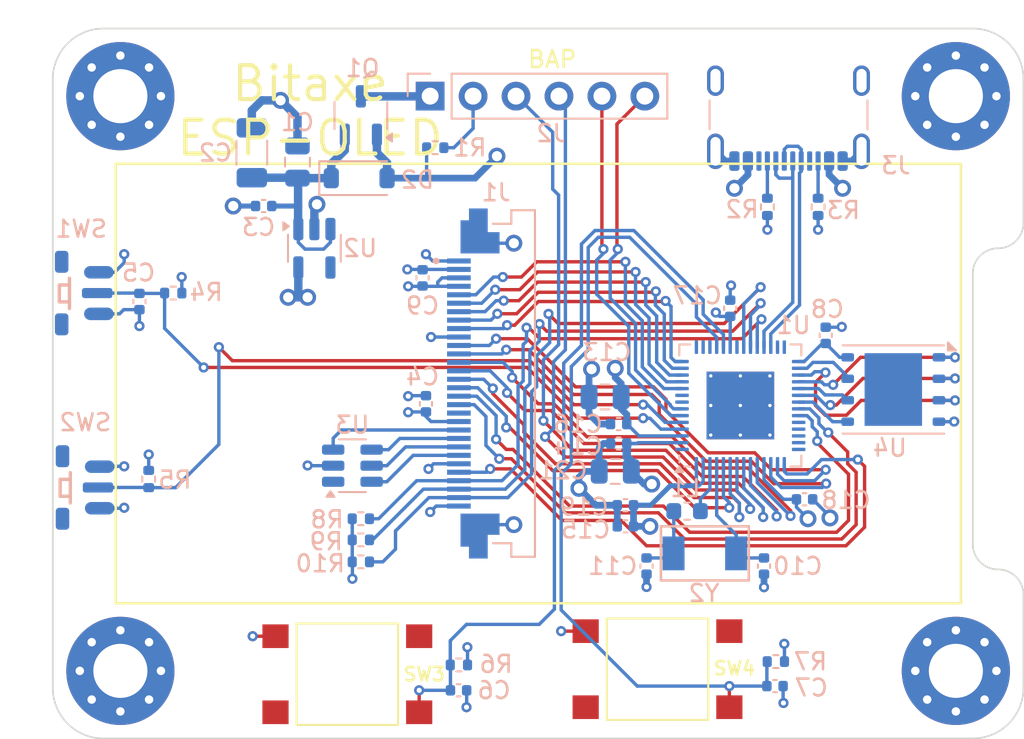
<source format=kicad_pcb>
(kicad_pcb (version 20240108) (generator "pcbnew") (generator_version "8.0")
  (layers (0 "F.Cu" signal) (1 "In1.Cu" signal) (2 "In2.Cu" signal) (31 "B.Cu" signal) (34 "B.Paste" user) (35 "F.Paste" user) (36 "B.SilkS" user "B.Silkscreen") (37 "F.SilkS" user "F.Silkscreen") (38 "B.Mask" user) (39 "F.Mask" user) (44 "Edge.Cuts" user))
  (net 0 "")
  (net 1 "GND")
  (net 2 "/+5V")
  (net 3 "/VBUS")
  (net 4 "/XTAL_N")
  (net 5 "Net-(C11-Pad2)")
  (net 6 "/XTAL_P")
  (net 20 "/5V_BAP")
  (net 21 "/USB_DM")
  (net 22 "/USB_DP")
  (net 23 "Net-(J3-CC2)")
  (net 24 "Net-(J3-CC1)")
  (net 27 "/RESET")
  (net 28 "/UI1")
  (net 29 "/UI2")
  (net 30 "/3V3")
  (net 31 "/GPIO0")
  (net 32 "/VDD_SPI")
  (net 33 "/I2C_SCL")
  (net 34 "/I2C_SCK")
  (net 35 "/TP_INT")
  (net 36 "/LCD_BLK")
  (net 37 "/LEDK4")
  (net 38 "/LEDK3")
  (net 39 "/LEDK2")
  (net 40 "/LEDK1")
  (net 41 "/SPI_CLK")
  (net 42 "/SPI_CS")
  (net 43 "/SPI_Q")
  (net 44 "/SPI_HD")
  (net 45 "/SPI_D")
  (net 46 "/SPI_WP")
  (net 47 "/LCD_D5")
  (net 48 "/LCD_WR")
  (net 49 "/LCD_D2")
  (net 50 "/LCD_D3")
  (net 51 "/LCD_D4")
  (net 52 "/LCD_CS")
  (net 54 "/LCD_D0")
  (net 55 "/LCD_D6")
  (net 56 "/TP_RESET")
  (net 57 "/LCD_DC")
  (net 58 "/LCD_RD")
  (net 59 "/LCD_D1")
  (net 60 "/LCD_D7")
  (net 61 "/LCD_RES")
  (net 62 "/LCD_EN")
  (net 63 "/BAP_RX")
  (net 64 "/BAP_TX")
  (net 65 "/GPIO2")
  (net 66 "/GPIO1")
  (footprint "bitaxe:switch-TL3301" (layer "F.Cu") (at 165.35 99.9)
    (property "Reference" "SW4")
    (property "Value" "SWITCH-SPST" (hide yes))
  )
  (footprint "bitaxe:switch-TL3301" (layer "F.Cu") (at 147 100.2)
    (property "Reference" "SW3")
    (property "Value" "SWITCH-SPST" (hide yes))
  )
  (footprint "MountingHole:MountingHole_3.2mm_M3_Pad_Via" (layer "F.Cu") (at 133.573 66)
    (property "Reference" "H1" (hide yes))
    (property "Value" "MountingHole" (hide yes))
  )
  (footprint "MountingHole:MountingHole_3.2mm_M3_Pad_Via" (layer "F.Cu") (at 133.573 100)
    (property "Reference" "H3" (hide yes))
    (property "Value" "MountingHole" (hide yes))
  )
  (footprint "MountingHole:MountingHole_3.2mm_M3_Pad_Via" (layer "F.Cu") (at 183 66)
    (property "Reference" "H2" (hide yes))
    (property "Value" "MountingHole" (hide yes))
  )
  (footprint "MountingHole:MountingHole_3.2mm_M3_Pad_Via" (layer "F.Cu") (at 183 100)
    (property "Reference" "H4" (hide yes))
    (property "Value" "MountingHole" (hide yes))
  )
  (footprint "Capacitor_SMD:C_0805_2012Metric" (layer "B.Cu") (at 144.05 69.9 90)
    (property "Reference" "C1")
    (property "Value" "22uF")
  )
  (footprint "bitaxe:AMPHENOL_SFV30R-4STE1HLF" (layer "B.Cu") (at 156 83 -90)
    (property "Reference" "J1")
    (property "Value" "SFV30R-4STE1HLF")
  )
  (footprint "Resistor_SMD:R_0402_1005Metric" (layer "B.Cu") (at 174.85 72.55 -90)
    (property "Reference" "R3")
    (property "Value" "5.1K")
  )
  (footprint "Resistor_SMD:R_0402_1005Metric" (layer "B.Cu") (at 171.85 72.55 -90)
    (property "Reference" "R2")
    (property "Value" "5.1K")
  )
  (footprint "Resistor_SMD:R_0402_1005Metric" (layer "B.Cu") (at 147.8 93.55)
    (property "Reference" "R10")
    (property "Value" "100K")
  )
  (footprint "Capacitor_SMD:C_0805_2012Metric" (layer "B.Cu") (at 162.85 88.2 180)
    (property "Reference" "C21")
    (property "Value" "22uF")
  )
  (footprint "bitaxe:TL3340-switch" (layer "B.Cu") (at 131.25 89.15 90)
    (property "Reference" "SW2")
    (property "Value" "SWITCH-SPST")
  )
  (footprint "Capacitor_SMD:C_0402_1005Metric" (layer "B.Cu") (at 134.7 78.15 -90)
    (property "Reference" "C5")
    (property "Value" "1uF")
  )
  (footprint "Capacitor_SMD:C_0402_1005Metric" (layer "B.Cu") (at 171.65 93.8 90)
    (property "Reference" "C10")
    (property "Value" "12pF")
  )
  (footprint "Connector_USB:USB_C_Receptacle_GCT_USB4105-xx-A_16P_TopMnt_Horizontal" (layer "B.Cu") (at 173.1 66.16)
    (property "Reference" "J3")
    (property "Value" "USB_C_Receptacle_USB2.0_16P")
  )
  (footprint "Package_TO_SOT_SMD:TSOT-23-5" (layer "B.Cu") (at 145.05 75 -90)
    (property "Reference" "U2")
    (property "Value" "RT9080-33GJ5")
  )
  (footprint "Resistor_SMD:R_0402_1005Metric" (layer "B.Cu") (at 136.7 77.65 180)
    (property "Reference" "R4")
    (property "Value" "100K")
  )
  (footprint "Package_DFN_QFN:QFN-56-1EP_7x7mm_P0.4mm_EP4x4mm_ThermalVias" (layer "B.Cu") (at 170.25 84.3)
    (property "Reference" "U1")
    (property "Value" "ESP32_S3R8")
  )
  (footprint "Package_TO_SOT_SMD:SOT-23-3" (layer "B.Cu") (at 147.8 67.15 90)
    (property "Reference" "Q1")
    (property "Value" "SI2307")
  )
  (footprint "Capacitor_SMD:C_0805_2012Metric" (layer "B.Cu") (at 162.25 83.8 180)
    (property "Reference" "C13")
    (property "Value" "22uF")
  )
  (footprint "Resistor_SMD:R_0402_1005Metric" (layer "B.Cu") (at 147.8 92.25)
    (property "Reference" "R9")
    (property "Value" "10K")
  )
  (footprint "Capacitor_SMD:C_0402_1005Metric" (layer "B.Cu") (at 151.65 84.2 -90)
    (property "Reference" "C4")
    (property "Value" "1uF")
  )
  (footprint "Package_SON:WSON-8-1EP_6x5mm_P1.27mm_EP3.4x4.3mm" (layer "B.Cu") (at 179.3 83.355 180)
    (property "Reference" "U4")
    (property "Value" "W25Q128JV")
  )
  (footprint "Resistor_SMD:R_0402_1005Metric" (layer "B.Cu") (at 172.35 99.45 180)
    (property "Reference" "R7")
    (property "Value" "100K")
  )
  (footprint "Inductor_SMD:L_0603_1608Metric" (layer "B.Cu") (at 167.1 90.55)
    (property "Reference" "L1")
    (property "Value" "22 nH")
  )
  (footprint "Capacitor_SMD:C_0402_1005Metric" (layer "B.Cu") (at 169.65 78.55 90)
    (property "Reference" "C17")
    (property "Value" "100n")
  )
  (footprint "Resistor_SMD:R_0402_1005Metric" (layer "B.Cu") (at 135.25 88.65 -90)
    (property "Reference" "R5")
    (property "Value" "100K")
  )
  (footprint "Capacitor_SMD:C_0402_1005Metric" (layer "B.Cu") (at 142.05 72.5 180)
    (property "Reference" "C3")
    (property "Value" "100n")
  )
  (footprint "Diode_SMD:D_SOD-123" (layer "B.Cu") (at 147.7 70.85)
    (property "Reference" "D2")
    (property "Value" "1N5819")
  )
  (footprint "Capacitor_SMD:C_0402_1005Metric" (layer "B.Cu") (at 163.45 91.45 180)
    (property "Reference" "C15")
    (property "Value" "1uF")
  )
  (footprint "Capacitor_SMD:C_0402_1005Metric" (layer "B.Cu") (at 163.45 90.2 180)
    (property "Reference" "C19")
    (property "Value" "100n")
  )
  (footprint "Capacitor_SMD:C_0402_1005Metric" (layer "B.Cu") (at 163.05 86.55 180)
    (property "Reference" "C14")
    (property "Value" "100n")
  )
  (footprint "Capacitor_SMD:C_0402_1005Metric" (layer "B.Cu") (at 174.05 89.85 180)
    (property "Reference" "C18")
    (property "Value" "100n")
  )
  (footprint "Resistor_SMD:R_0402_1005Metric" (layer "B.Cu") (at 153.6 99.65 180)
    (property "Reference" "R6")
    (property "Value" "100K")
  )
  (footprint "Capacitor_SMD:C_0402_1005Metric" (layer "B.Cu") (at 153.58 101.15)
    (property "Reference" "C6")
    (property "Value" "1uF")
  )
  (footprint "Capacitor_SMD:C_0402_1005Metric" (layer "B.Cu") (at 164.7 93.8 90)
    (property "Reference" "C11")
    (property "Value" "12pF")
  )
  (footprint "Resistor_SMD:R_0402_1005Metric" (layer "B.Cu") (at 152.2 69.05)
    (property "Reference" "R1")
    (property "Value" "100K")
  )
  (footprint "Capacitor_SMD:C_0402_1005Metric" (layer "B.Cu") (at 172.3 100.9)
    (property "Reference" "C7")
    (property "Value" "1uF")
  )
  (footprint "bitaxe:TL3340-switch" (layer "B.Cu") (at 131.2 77.65 90)
    (property "Reference" "SW1")
    (property "Value" "SWITCH-SPST")
  )
  (footprint "Capacitor_SMD:C_1206_3216Metric" (layer "B.Cu") (at 141.35 69.35 90)
    (property "Reference" "C2")
    (property "Value" "47uF")
  )
  (footprint "bitaxe:Abracon-ABM3" (layer "B.Cu") (at 168.15 93.05)
    (property "Reference" "Y2")
    (property "Value" "40 MHz" (hide yes))
  )
  (footprint "Capacitor_SMD:C_0402_1005Metric" (layer "B.Cu") (at 163.05 85.4 180)
    (property "Reference" "C16")
    (property "Value" "100n")
  )
  (footprint "Connector_PinHeader_2.54mm:PinHeader_1x06_P2.54mm_Vertical" (layer "B.Cu") (at 151.9 66 -90)
    (property "Reference" "J2")
    (property "Value" "Conn_01x06")
  )
  (footprint "Resistor_SMD:R_0402_1005Metric" (layer "B.Cu") (at 147.8 91)
    (property "Reference" "R8")
    (property "Value" "10K")
  )
  (footprint "Capacitor_SMD:C_0402_1005Metric" (layer "B.Cu") (at 151.45 76.75 -90)
    (property "Reference" "C9")
    (property "Value" "1uF")
  )
  (footprint "Capacitor_SMD:C_0402_1005Metric" (layer "B.Cu") (at 175.3 80.15 90)
    (property "Reference" "C8")
    (property "Value" "100n")
  )
  (footprint "Package_TO_SOT_SMD:SOT-23-6" (layer "B.Cu") (at 147.3 87.8625)
    (property "Reference" "U3")
    (property "Value" "AP2502KTR-G1")
  )
  (gr_line (start 183.3 70) (end 183.3 96) (stroke (width 0.15)) (layer "F.SilkS"))
  (gr_line (start 183.3 96) (end 133.3 96) (stroke (width 0.15)) (layer "F.SilkS"))
  (gr_line (start 133.3 96) (end 133.3 70) (stroke (width 0.15)) (layer "F.SilkS"))
  (gr_line (start 133.3 70) (end 183.3 70) (stroke (width 0.15)) (layer "F.SilkS"))
  (gr_arc (start 132.573 104) (mid 130.45168 103.12132) (end 129.573 101) (stroke (width 0.1)) (layer "Edge.Cuts"))
  (gr_line (start 184 62) (end 132.573 62) (stroke (width 0.1)) (layer "Edge.Cuts"))
  (gr_arc (start 187 101) (mid 186.121321 103.121321) (end 184 104) (stroke (width 0.1)) (layer "Edge.Cuts"))
  (gr_line (start 132.573 104) (end 184 104) (stroke (width 0.1)) (layer "Edge.Cuts"))
  (gr_arc (start 184 76.5) (mid 184.43934 75.43934) (end 185.5 75) (stroke (width 0.1)) (layer "Edge.Cuts"))
  (gr_arc (start 184 62) (mid 186.121321 62.878679) (end 187 65) (stroke (width 0.1)) (layer "Edge.Cuts"))
  (gr_line (start 187 73.5) (end 187 65) (stroke (width 0.1)) (layer "Edge.Cuts"))
  (gr_line (start 187 95.5) (end 187 101) (stroke (width 0.1)) (layer "Edge.Cuts"))
  (gr_line (start 129.573 65) (end 129.573 101) (stroke (width 0.1)) (layer "Edge.Cuts"))
  (gr_line (start 184 76.5) (end 184 92.5) (stroke (width 0.1)) (layer "Edge.Cuts"))
  (gr_arc (start 129.573 65) (mid 130.45168 62.87868) (end 132.573 62) (stroke (width 0.1)) (layer "Edge.Cuts"))
  (gr_arc (start 185.5 94) (mid 184.43934 93.56066) (end 184 92.5) (stroke (width 0.1)) (layer "Edge.Cuts"))
  (gr_arc (start 187 73.5) (mid 186.560661 74.560661) (end 185.5 75) (stroke (width 0.1)) (layer "Edge.Cuts"))
  (gr_arc (start 185.5 94) (mid 186.560661 94.439339) (end 187 95.5) (stroke (width 0.1)) (layer "Edge.Cuts"))
  (gr_text "Bitaxe\nESP-OLED" (at 144.8 69.65 0) (layer "F.SilkS") (effects (font (size 2 2) (thickness 0.25)) (justify bottom)))
  (gr_text "BAP" (at 157.6 64.4 0) (layer "F.SilkS") (effects (font (size 1 1)) (justify left bottom)))
  (segment (start 130 75.49) (end 129.99 75.5) (width 0.2) (layer "B.Cu") (net 0))
  (segment (start 161.1 97.65) (end 159.65 97.65) (width 0.2) (layer "F.Cu") (net 1))
  (segment (start 142.75 97.95) (end 141.4 97.95) (width 0.2) (layer "F.Cu") (net 1))
  (via (at 134.7 79.6) (size 0.6) (drill 0.3) (layers "F.Cu" "B.Cu") (net 1))
  (via (at 150.6 77.25) (size 0.6) (drill 0.3) (layers "F.Cu" "B.Cu") (net 1))
  (via (at 164.7 95.035) (size 0.6) (drill 0.3) (layers "F.Cu" "B.Cu") (net 1))
  (via (at 145.2 72.4) (size 1) (drill 0.6) (layers "F.Cu" "B.Cu") (net 1))
  (via (at 169.7 77.2) (size 0.6) (drill 0.3) (layers "F.Cu" "B.Cu") (net 1))
  (via (at 151.8 88.05) (size 0.6) (drill 0.3) (layers "F.Cu" "B.Cu") (net 1))
  (via (at 154.05 102.15) (size 0.6) (drill 0.3) (layers "F.Cu" "B.Cu") (net 1))
  (via (at 172.8 101.9) (size 0.6) (drill 0.3) (layers "F.Cu" "B.Cu") (net 1))
  (via (at 171.65 95.05) (size 0.6) (drill 0.3) (layers "F.Cu" "B.Cu") (net 1))
  (via (at 159.65 97.65) (size 0.6) (drill 0.3) (layers "F.Cu" "B.Cu") (net 1))
  (via (at 141.4 97.95) (size 0.6) (drill 0.3) (layers "F.Cu" "B.Cu") (net 1))
  (via (at 140.25 72.5) (size 1) (drill 0.6) (layers "F.Cu" "B.Cu") (net 1))
  (via (at 143.05 66.25) (size 1) (drill 0.6) (layers "F.Cu" "B.Cu") (net 1))
  (via (at 133.8 75.35) (size 0.6) (drill 0.3) (layers "F.Cu" "B.Cu") (net 1))
  (via (at 174.85 73.9) (size 0.6) (drill 0.3) (layers "F.Cu" "B.Cu") (net 1))
  (via (at 171.85 73.9) (size 0.6) (drill 0.3) (layers "F.Cu" "B.Cu") (net 1))
  (via (at 151.95 80.25) (size 0.6) (drill 0.3) (layers "F.Cu" "B.Cu") (net 1))
  (via (at 182.9 85.25) (size 0.6) (drill 0.3) (layers "F.Cu" "B.Cu") (net 1))
  (via (at 144.65 87.85) (size 0.6) (drill 0.3) (layers "F.Cu" "B.Cu") (net 1))
  (via (at 156.85 74.7) (size 1) (drill 0.6) (layers "F.Cu" "B.Cu") (net 1))
  (via (at 176.25 79.65) (size 0.6) (drill 0.3) (layers "F.Cu" "B.Cu") (net 1))
  (via (at 133.8 90.35) (size 0.6) (drill 0.3) (layers "F.Cu" "B.Cu") (net 1))
  (via (at 151.65 75.35) (size 0.6) (drill 0.3) (layers "F.Cu" "B.Cu") (net 1))
  (via (at 175.55 90.95) (size 1) (drill 0.6) (layers "F.Cu" "B.Cu") (net 1))
  (via (at 160.7 89.2) (size 1) (drill 0.6) (layers "F.Cu" "B.Cu") (net 1))
  (via (at 133.8 87.9) (size 0.6) (drill 0.3) (layers "F.Cu" "B.Cu") (net 1))
  (via (at 156.85 91.35) (size 1) (drill 0.6) (layers "F.Cu" "B.Cu") (net 1))
  (via (at 150.6 83.75) (size 0.6) (drill 0.3) (layers "F.Cu" "B.Cu") (net 1))
  (via (at 161.45 82.15) (size 1) (drill 0.6) (layers "F.Cu" "B.Cu") (net 1))
  (via (at 151.9 90.6) (size 0.6) (drill 0.3) (layers "F.Cu" "B.Cu") (net 1))
  (segment (start 132.3 78.88) (end 133.52 78.88) (width 0.2) (layer "B.Cu") (net 1))
  (segment (start 161.9 86.8) (end 161.9 88.2) (width 0.4) (layer "B.Cu") (net 1))
  (segment (start 145.05 72.55) (end 145.2 72.4) (width 0.5) (layer "B.Cu") (net 1))
  (segment (start 144.6625 87.8625) (end 144.65 87.85) (width 0.2) (layer "B.Cu") (net 1))
  (segment (start 161.3 83.8) (end 161.3 84.8) (width 0.4) (layer "B.Cu") (net 1))
  (segment (start 156.85 74.7) (end 154.875 74.7) (width 0.2) (layer "B.Cu") (net 1))
  (segment (start 141.35 67.875) (end 141.35 66.85) (width 0.5) (layer "B.Cu") (net 1))
  (segment (start 171.85 73.06) (end 171.85 73.9) (width 0.2) (layer "B.Cu") (net 1))
  (segment (start 162.97 90.2) (end 162.97 91.45) (width 0.4) (layer "B.Cu") (net 1))
  (segment (start 134.7 79.6) (end 134.7 78.63) (width 0.2) (layer "B.Cu") (net 1))
  (segment (start 152.71 69.05) (end 153.3 69.05) (width 0.2) (layer "B.Cu") (net 1))
  (segment (start 176.23 79.67) (end 176.25 79.65) (width 0.2) (layer "B.Cu") (net 1))
  (segment (start 152.6 76.75) (end 152.35 77) (width 0.2) (layer "B.Cu") (net 1))
  (segment (start 132.3 76.42) (end 133.23 76.42) (width 0.2) (layer "B.Cu") (net 1))
  (segment (start 161.05 88.2) (end 161.9 88.2) (width 0.4) (layer "B.Cu") (net 1))
  (segment (start 152.05 75.75) (end 151.65 75.35) (width 0.2) (layer "B.Cu") (net 1))
  (segment (start 141.35 66.85) (end 141.95 66.25) (width 0.5) (layer "B.Cu") (net 1))
  (segment (start 152.35 77) (end 152.35 77.25) (width 0.2) (layer "B.Cu") (net 1))
  (segment (start 133.77 78.63) (end 134.7 78.63) (width 0.2) (layer "B.Cu") (net 1))
  (segment (start 154.825 91.35) (end 154.5 91.675) (width 0.2) (layer "B.Cu") (net 1))
  (segment (start 172.78 101.88) (end 172.8 101.9) (width 0.2) (layer "B.Cu") (net 1))
  (segment (start 152.1 87.75) (end 153.6 87.75) (width 0.2) (layer "B.Cu") (net 1))
  (segment (start 175.3 79.67) (end 176.23 79.67) (width 0.2) (layer "B.Cu") (net 1))
  (segment (start 141.57 72.5) (end 140.25 72.5) (width 0.3) (layer "B.Cu") (net 1))
  (segment (start 153.3 69.05) (end 154.44 67.91) (width 0.2) (layer "B.Cu") (net 1))
  (segment (start 161.9 85.4) (end 162.57 85.4) (width 0.4) (layer "B.Cu") (net 1))
  (segment (start 133.8 87.9) (end 132.37 87.9) (width 0.2) (layer "B.Cu") (net 1))
  (segment (start 174.85 73.06) (end 174.85 73.9) (width 0.2) (layer "B.Cu") (net 1))
  (segment (start 141.95 66.25) (end 143.05 66.25) (width 0.5) (layer "B.Cu") (net 1))
  (segment (start 169.65 78.07) (end 169.65 77.25) (width 0.2) (layer "B.Cu") (net 1))
  (segment (start 169.9 69.84) (end 169.355 69.84) (width 0.4) (layer "B.Cu") (net 1))
  (segment (start 176.3 69.84) (end 176.845 69.84) (width 0.4) (layer "B.Cu") (net 1))
  (segment (start 164.7 94.265) (end 164.7 95.035) (width 0.4) (layer "B.Cu") (net 1))
  (segment (start 151.9 90.6) (end 152.25 90.25) (width 0.2) (layer "B.Cu") (net 1))
  (segment (start 161.45 82.15) (end 161.3 82.3) (width 0.4) (layer "B.Cu") (net 1))
  (segment (start 151.65 83.72) (end 150.63 83.72) (width 0.2) (layer "B.Cu") (net 1))
  (segment (start 182.89 85.26) (end 182 85.26) (width 0.2) (layer "B.Cu") (net 1))
  (segment (start 145.05 73.8625) (end 145.05 72.55) (width 0.5) (layer "B.Cu") (net 1))
  (segment (start 132.37 87.9) (end 132.35 87.92) (width 0.2) (layer "B.Cu") (net 1))
  (segment (start 160.7 89.2) (end 160.7 88.55) (width 0.4) (layer "B.Cu") (net 1))
  (segment (start 133.23 76.42) (end 133.8 75.85) (width 0.2) (layer "B.Cu") (net 1))
  (segment (start 172.78 100.9) (end 172.78 101.88) (width 0.2) (layer "B.Cu") (net 1))
  (segment (start 144.05 68.95) (end 144.05 67.25) (width 0.5) (layer "B.Cu") (net 1))
  (segment (start 169.355 69.84) (end 168.78 69.265) (width 0.4) (layer "B.Cu") (net 1))
  (segment (start 152.25 90.25) (end 153.6 90.25) (width 0.2) (layer "B.Cu") (net 1))
  (segment (start 153.6 76.75) (end 152.6 76.75) (width 0.2) (layer "B.Cu") (net 1))
  (segment (start 175.55 90.95) (end 175.55 90.87) (width 0.2) (layer "B.Cu") (net 1))
  (segment (start 133.8 90.35) (end 133.77 90.38) (width 0.2) (layer "B.Cu") (net 1))
  (segment (start 153.6 75.75) (end 152.05 75.75) (width 0.2) (layer "B.Cu") (net 1))
  (segment (start 162.15 86.55) (end 161.9 86.8) (width 0.4) (layer "B.Cu") (net 1))
  (segment (start 161.3 82.3) (end 161.3 83.8) (width 0.4) (layer "B.Cu") (net 1))
  (segment (start 182.9 85.25) (end 182.89 85.26) (width 0.2) (layer "B.Cu") (net 1))
  (segment (start 151.8 88.05) (end 152.1 87.75) (width 0.2) (layer "B.Cu") (net 1))
  (segment (start 154.875 74.7) (end 154.5 74.325) (width 0.2) (layer "B.Cu") (net 1))
  (segment (start 154.44 67.91) (end 154.44 66) (width 0.2) (layer "B.Cu") (net 1))
  (segment (start 169.65 77.25) (end 169.7 77.2) (width 0.2) (layer "B.Cu") (net 1))
  (segment (start 156.85 91.35) (end 154.825 91.35) (width 0.2) (layer "B.Cu") (net 1))
  (segment (start 146.1625 87.8625) (end 144.6625 87.8625) (width 0.2) (layer "B.Cu") (net 1))
  (segment (start 133.8 75.85) (end 133.8 75.35) (width 0.2) (layer "B.Cu") (net 1))
  (segment (start 133.52 78.88) (end 133.77 78.63) (width 0.2) (layer "B.Cu") (net 1))
  (segment (start 160.7 88.55) (end 161.05 88.2) (width 0.4) (layer "B.Cu") (net 1))
  (segment (start 150.6 77.25) (end 152.35 77.25) (width 0.2) (layer "B.Cu") (net 1))
  (segment (start 176.845 69.84) (end 177.42 69.265) (width 0.4) (layer "B.Cu") (net 1))
  (segment (start 175.55 90.87) (end 174.53 89.85) (width 0.2) (layer "B.Cu") (net 1))
  (segment (start 160.7 89.2) (end 161.7 90.2) (width 0.4) (layer "B.Cu") (net 1))
  (segment (start 153.6 77.25) (end 152.35 77.25) (width 0.2) (layer "B.Cu") (net 1))
  (segment (start 154.06 101.15) (end 154.06 102.14) (width 0.2) (layer "B.Cu") (net 1))
  (segment (start 171.65 94.28) (end 171.65 95.05) (width 0.4) (layer "B.Cu") (net 1))
  (segment (start 161.7 90.2) (end 162.97 90.2) (width 0.4) (layer "B.Cu") (net 1))
  (segment (start 144.05 67.25) (end 143.05 66.25) (width 0.5) (layer "B.Cu") (net 1))
  (segment (start 161.3 84.8) (end 161.9 85.4) (width 0.4) (layer "B.Cu") (net 1))
  (segment (start 133.77 90.38) (end 132.35 90.38) (width 0.2) (layer "B.Cu") (net 1))
  (segment (start 162.57 86.55) (end 162.15 86.55) (width 0.4) (layer "B.Cu") (net 1))
  (segment (start 153.6 80.25) (end 151.95 80.25) (width 0.2) (layer "B.Cu") (net 1))
  (segment (start 154.06 102.14) (end 154.05 102.15) (width 0.2) (layer "B.Cu") (net 1))
  (segment (start 150.63 83.72) (end 150.6 83.75) (width 0.2) (layer "B.Cu") (net 1))
  (segment (start 144.1 73.8625) (end 144.1 74.65) (width 0.2) (layer "B.Cu") (net 2))
  (segment (start 144.025 70.825) (end 144.05 70.85) (width 0.5) (layer "B.Cu") (net 2))
  (segment (start 146.85 69.2) (end 146.05 70) (width 0.5) (layer "B.Cu") (net 2))
  (segment (start 144.0875 72.5) (end 144.0875 70.8875) (width 0.5) (layer "B.Cu") (net 2))
  (segment (start 146.05 70.85) (end 144.05 70.85) (width 0.5) (layer "B.Cu") (net 2))
  (segment (start 144.5 75.05) (end 145.6 75.05) (width 0.2) (layer "B.Cu") (net 2))
  (segment (start 142.53 72.5) (end 144.0875 72.5) (width 0.3) (layer "B.Cu") (net 2))
  (segment (start 145.6 75.05) (end 146 74.65) (width 0.2) (layer "B.Cu") (net 2))
  (segment (start 144.0875 70.8875) (end 144.05 70.85) (width 0.5) (layer "B.Cu") (net 2))
  (segment (start 146 74.65) (end 146 73.8625) (width 0.2) (layer "B.Cu") (net 2))
  (segment (start 146.05 70) (end 146.05 70.85) (width 0.5) (layer "B.Cu") (net 2))
  (segment (start 144.0875 73.6125) (end 144.0875 72.5) (width 0.5) (layer "B.Cu") (net 2))
  (segment (start 141.35 70.825) (end 144.025 70.825) (width 0.5) (layer "B.Cu") (net 2))
  (segment (start 144.1 74.65) (end 144.5 75.05) (width 0.2) (layer "B.Cu") (net 2))
  (segment (start 146.85 68.2875) (end 146.85 69.2) (width 0.5) (layer "B.Cu") (net 2))
  (via (at 176.3 71.45) (size 1) (drill 0.6) (layers "F.Cu" "B.Cu") (net 3))
  (via (at 169.9 71.45) (size 1) (drill 0.6) (layers "F.Cu" "B.Cu") (net 3))
  (via (at 155.85 69.55) (size 1) (drill 0.6) (layers "F.Cu" "B.Cu") (net 3))
  (segment (start 154.55 70.85) (end 151.65 70.85) (width 0.4) (layer "B.Cu") (net 3))
  (segment (start 148.75 68.2875) (end 148.75 69.35) (width 0.5) (layer "B.Cu") (net 3))
  (segment (start 148.75 69.35) (end 149.35 69.95) (width 0.5) (layer "B.Cu") (net 3))
  (segment (start 151.69 70.81) (end 151.65 70.85) (width 0.2) (layer "B.Cu") (net 3))
  (segment (start 175.5 69.84) (end 175.5 70.65) (width 0.4) (layer "B.Cu") (net 3))
  (segment (start 155.85 69.55) (end 154.55 70.85) (width 0.4) (layer "B.Cu") (net 3))
  (segment (start 151.69 69.05) (end 151.69 70.81) (width 0.2) (layer "B.Cu") (net 3))
  (segment (start 175.5 70.65) (end 176.3 71.45) (width 0.4) (layer "B.Cu") (net 3))
  (segment (start 170.7 70.65) (end 169.9 71.45) (width 0.4) (layer "B.Cu") (net 3))
  (segment (start 151.65 70.85) (end 149.35 70.85) (width 0.4) (layer "B.Cu") (net 3))
  (segment (start 170.7 69.84) (end 170.7 70.65) (width 0.4) (layer "B.Cu") (net 3))
  (segment (start 149.35 69.95) (end 149.35 70.85) (width 0.5) (layer "B.Cu") (net 3))
  (segment (start 170.27 93.32) (end 170 93.05) (width 0.2) (layer "B.Cu") (net 4))
  (segment (start 171.65 93.32) (end 170.27 93.32) (width 0.2) (layer "B.Cu") (net 4))
  (segment (start 170 91.95) (end 170 93.05) (width 0.2) (layer "B.Cu") (net 4))
  (segment (start 168.85 90.8) (end 170 91.95) (width 0.2) (layer "B.Cu") (net 4))
  (segment (start 168.85 87.75) (end 168.85 90.8) (width 0.2) (layer "B.Cu") (net 4))
  (segment (start 166.03 93.32) (end 166.3 93.05) (width 0.2) (layer "B.Cu") (net 5))
  (segment (start 166.3125 93.0375) (end 166.3 93.05) (width 0.2) (layer "B.Cu") (net 5))
  (segment (start 164.7 93.32) (end 166.03 93.32) (width 0.2) (layer "B.Cu") (net 5))
  (segment (start 166.3125 90.55) (end 166.3125 93.0375) (width 0.2) (layer "B.Cu") (net 5))
  (segment (start 168.45 87.75) (end 168.45 89.25) (width 0.2) (layer "B.Cu") (net 6))
  (segment (start 168.45 89.25) (end 167.8875 89.8125) (width 0.2) (layer "B.Cu") (net 6))
  (segment (start 167.8875 89.8125) (end 167.8875 90.55) (width 0.2) (layer "B.Cu") (net 6))
  (segment (start 151.8875 66.0125) (end 151.9 66) (width 0.5) (layer "B.Cu") (net 20))
  (segment (start 147.8 66.0125) (end 151.8875 66.0125) (width 0.5) (layer "B.Cu") (net 20))
  (segment (start 173.35 70.85) (end 173.35 69.84) (width 0.2) (layer "B.Cu") (net 21))
  (segment (start 173.35 78.198529) (end 173.35 70.85) (width 0.2) (layer "B.Cu") (net 21))
  (segment (start 171.65 80.85) (end 171.65 79.898529) (width 0.2) (layer "B.Cu") (net 21))
  (segment (start 172.55 70.85) (end 173.35 70.85) (width 0.2) (layer "B.Cu") (net 21))
  (segment (start 172.35 70.65) (end 172.55 70.85) (width 0.2) (layer "B.Cu") (net 21))
  (segment (start 171.65 79.898529) (end 173.35 78.198529) (width 0.2) (layer "B.Cu") (net 21))
  (segment (start 172.35 69.84) (end 172.35 70.65) (width 0.2) (layer "B.Cu") (net 21))
  (segment (start 173.035 68.965) (end 172.85 69.15) (width 0.2) (layer "B.Cu") (net 22))
  (segment (start 172.05 80.85) (end 172.05 80.064215) (width 0.2) (layer "B.Cu") (net 22))
  (segment (start 173.85 70.44741) (end 173.85 69.84) (width 0.2) (layer "B.Cu") (net 22))
  (segment (start 173.665 68.965) (end 173.035 68.965) (width 0.2) (layer "B.Cu") (net 22))
  (segment (start 172.85 69.15) (end 172.85 69.84) (width 0.2) (layer "B.Cu") (net 22))
  (segment (start 173.75 78.364215) (end 173.75 70.54741) (width 0.2) (layer "B.Cu") (net 22))
  (segment (start 173.85 69.84) (end 173.85 69.15) (width 0.2) (layer "B.Cu") (net 22))
  (segment (start 172.05 80.064215) (end 173.75 78.364215) (width 0.2) (layer "B.Cu") (net 22))
  (segment (start 173.85 69.15) (end 173.665 68.965) (width 0.2) (layer "B.Cu") (net 22))
  (segment (start 173.75 70.54741) (end 173.85 70.44741) (width 0.2) (layer "B.Cu") (net 22))
  (segment (start 174.85 69.84) (end 174.85 72.04) (width 0.2) (layer "B.Cu") (net 23))
  (segment (start 171.85 69.84) (end 171.85 72.04) (width 0.2) (layer "B.Cu") (net 24))
  (segment (start 160.631372 85.05) (end 157.631372 82.05) (width 0.2) (layer "F.Cu") (net 27))
  (segment (start 164.5 85.05) (end 160.631372 85.05) (width 0.2) (layer "F.Cu") (net 27))
  (segment (start 157.631372 82.05) (end 138.5 82.05) (width 0.2) (layer "F.Cu") (net 27))
  (via (at 164.5 85.05) (size 0.6) (drill 0.3) (layers "F.Cu" "B.Cu") (net 27))
  (via (at 138.5 82.05) (size 0.6) (drill 0.3) (layers "F.Cu" "B.Cu") (net 27))
  (segment (start 164.5 85.05) (end 164.9 85.05) (width 0.2) (layer "B.Cu") (net 27))
  (segment (start 136.17 77.67) (end 136.19 77.65) (width 0.2) (layer "B.Cu") (net 27))
  (segment (start 134.68 77.65) (end 134.7 77.67) (width 0.2) (layer "B.Cu") (net 27))
  (segment (start 132.2 77.65) (end 134.68 77.65) (width 0.2) (layer "B.Cu") (net 27))
  (segment (start 134.7 77.67) (end 136.17 77.67) (width 0.2) (layer "B.Cu") (net 27))
  (segment (start 165.55 85.7) (end 166.8 85.7) (width 0.2) (layer "B.Cu") (net 27))
  (segment (start 164.9 85.05) (end 165.55 85.7) (width 0.2) (layer "B.Cu") (net 27))
  (segment (start 132.25 77.7) (end 132.2 77.65) (width 0.2) (layer "B.Cu") (net 27))
  (segment (start 136.19 79.74) (end 138.5 82.05) (width 0.2) (layer "B.Cu") (net 27))
  (segment (start 136.19 77.65) (end 136.19 79.74) (width 0.2) (layer "B.Cu") (net 27))
  (segment (start 151.25 101.15) (end 151.25 102.45) (width 0.2) (layer "F.Cu") (net 28))
  (via (at 151.25 101.15) (size 0.6) (drill 0.3) (layers "F.Cu" "B.Cu") (net 28))
  (segment (start 159.8 81.8) (end 159.8 87.6) (width 0.2) (layer "B.Cu") (net 28))
  (segment (start 153.09 98.26) (end 153.09 99.65) (width 0.2) (layer "B.Cu") (net 28))
  (segment (start 160.85 80.75) (end 159.8 81.8) (width 0.2) (layer "B.Cu") (net 28))
  (segment (start 153.1 99.66) (end 153.09 99.65) (width 0.2) (layer "B.Cu") (net 28))
  (segment (start 168.05 78.05) (end 163.95 73.95) (width 0.2) (layer "B.Cu") (net 28))
  (segment (start 160.85 74.75) (end 160.85 80.75) (width 0.2) (layer "B.Cu") (net 28))
  (segment (start 159.25 96.35) (end 158.35 97.25) (width 0.2) (layer "B.Cu") (net 28))
  (segment (start 169.25 80.85) (end 169.25 80.1) (width 0.2) (layer "B.Cu") (net 28))
  (segment (start 153.1 101.15) (end 151.25 101.15) (width 0.2) (layer "B.Cu") (net 28))
  (segment (start 159.25 88.15) (end 159.25 96.35) (width 0.2) (layer "B.Cu") (net 28))
  (segment (start 159.8 87.6) (end 159.25 88.15) (width 0.2) (layer "B.Cu") (net 28))
  (segment (start 168.05 78.9) (end 168.05 78.05) (width 0.2) (layer "B.Cu") (net 28))
  (segment (start 163.95 73.95) (end 161.65 73.95) (width 0.2) (layer "B.Cu") (net 28))
  (segment (start 154.05 97.25) (end 153.1 98.2) (width 0.2) (layer "B.Cu") (net 28))
  (segment (start 161.65 73.95) (end 160.85 74.75) (width 0.2) (layer "B.Cu") (net 28))
  (segment (start 158.35 97.25) (end 154.05 97.25) (width 0.2) (layer "B.Cu") (net 28))
  (segment (start 153.1 98.25) (end 153.09 98.26) (width 0.2) (layer "B.Cu") (net 28))
  (segment (start 169.25 80.1) (end 168.05 78.9) (width 0.2) (layer "B.Cu") (net 28))
  (segment (start 153.1 101.15) (end 153.1 99.66) (width 0.2) (layer "B.Cu") (net 28))
  (segment (start 153.1 98.2) (end 153.1 98.25) (width 0.2) (layer "B.Cu") (net 28))
  (segment (start 169.6 100.9) (end 169.6 102.15) (width 0.2) (layer "F.Cu") (net 29))
  (via (at 169.6 100.9) (size 0.6) (drill 0.3) (layers "F.Cu" "B.Cu") (net 29))
  (segment (start 167.65 79.065686) (end 168.85 80.265686) (width 0.2) (layer "B.Cu") (net 29))
  (segment (start 168.85 80.265686) (end 168.85 80.85) (width 0.2) (layer "B.Cu") (net 29))
  (segment (start 160.25 87.75) (end 160.25 82) (width 0.2) (layer "B.Cu") (net 29))
  (segment (start 159.65 88.35) (end 160.25 87.75) (width 0.2) (layer "B.Cu") (net 29))
  (segment (start 171.82 100.9) (end 171.82 99.47) (width 0.2) (layer "B.Cu") (net 29))
  (segment (start 169.6 100.9) (end 164.15 100.9) (width 0.2) (layer "B.Cu") (net 29))
  (segment (start 171.82 99.47) (end 171.84 99.45) (width 0.2) (layer "B.Cu") (net 29))
  (segment (start 161.85 74.35) (end 163.7 74.35) (width 0.2) (layer "B.Cu") (net 29))
  (segment (start 161.25 81) (end 161.25 74.95) (width 0.2) (layer "B.Cu") (net 29))
  (segment (start 160.25 82) (end 161.25 81) (width 0.2) (layer "B.Cu") (net 29))
  (segment (start 161.25 74.95) (end 161.85 74.35) (width 0.2) (layer "B.Cu") (net 29))
  (segment (start 163.7 74.35) (end 167.65 78.3) (width 0.2) (layer "B.Cu") (net 29))
  (segment (start 164.15 100.9) (end 159.65 96.4) (width 0.2) (layer "B.Cu") (net 29))
  (segment (start 167.65 78.3) (end 167.65 79.065686) (width 0.2) (layer "B.Cu") (net 29))
  (segment (start 159.65 96.4) (end 159.65 88.35) (width 0.2) (layer "B.Cu") (net 29))
  (segment (start 169.6 100.9) (end 171.82 100.9) (width 0.2) (layer "B.Cu") (net 29))
  (via (at 137.2 76.7) (size 0.6) (drill 0.3) (layers "F.Cu" "B.Cu") (net 30))
  (via (at 172.85 98.4) (size 0.6) (drill 0.3) (layers "F.Cu" "B.Cu") (net 30))
  (via (at 162.85 82.1) (size 1) (drill 0.6) (layers "F.Cu" "B.Cu") (net 30))
  (via (at 174.25 91) (size 1) (drill 0.6) (layers "F.Cu" "B.Cu") (net 30))
  (via (at 165.005971 88.95) (size 1) (drill 0.6) (layers "F.Cu" "B.Cu") (net 30))
  (via (at 150.6 84.7) (size 0.6) (drill 0.3) (layers "F.Cu" "B.Cu") (net 30))
  (via (at 144.65 77.9) (size 1) (drill 0.6) (layers "F.Cu" "B.Cu") (net 30))
  (via (at 150.55 76.25) (size 0.6) (drill 0.3) (layers "F.Cu" "B.Cu") (net 30))
  (via (at 154.1 98.6) (size 0.6) (drill 0.3) (layers "F.Cu" "B.Cu") (net 30))
  (via (at 143.5 77.9) (size 1) (drill 0.6) (layers "F.Cu" "B.Cu") (net 30))
  (via (at 135.25 87.2) (size 0.6) (drill 0.3) (layers "F.Cu" "B.Cu") (net 30))
  (via (at 164.9 91.45) (size 1) (drill 0.6) (layers "F.Cu" "B.Cu") (net 30))
  (via (at 147.3 94.55) (size 0.6) (drill 0.3) (layers "F.Cu" "B.Cu") (net 30))
  (via (at 168.8 78.8) (size 0.6) (drill 0.3) (layers "F.Cu" "B.Cu") (net 30))
  (segment (start 167.65 87.75) (end 167.65 89.05) (width 0.2) (layer "B.Cu") (net 30))
  (segment (start 151.65 84.95) (end 151.65 84.68) (width 0.2) (layer "B.Cu") (net 30))
  (segment (start 151.65 84.68) (end 150.62 84.68) (width 0.2) (layer "B.Cu") (net 30))
  (segment (start 167.65 89.05) (end 166.1 89.05) (width 0.3) (layer "B.Cu") (net 30))
  (segment (start 143.5 77.9) (end 144.1 77.9) (width 0.5) (layer "B.Cu") (net 30))
  (segment (start 151.95 85.25) (end 151.65 84.95) (width 0.2) (layer "B.Cu") (net 30))
  (segment (start 168.05 88.8) (end 167.8 89.05) (width 0.2) (layer "B.Cu") (net 30))
  (segment (start 154.11 98.61) (end 154.1 98.6) (width 0.2) (layer "B.Cu") (net 30))
  (segment (start 169.03 79.03) (end 168.8 78.8) (width 0.2) (layer "B.Cu") (net 30))
  (segment (start 154.11 99.65) (end 154.11 98.61) (width 0.2) (layer "B.Cu") (net 30))
  (segment (start 163.2 83) (end 163.2 83.8) (width 0.4) (layer "B.Cu") (net 30))
  (segment (start 163.55 85.4) (end 163.53 85.4) (width 0.2) (layer "B.Cu") (net 30))
  (segment (start 147.29 93.55) (end 147.29 92.25) (width 0.2) (layer "B.Cu") (net 30))
  (segment (start 167.8 89.05) (end 167.65 89.05) (width 0.2) (layer "B.Cu") (net 30))
  (segment (start 164.9 91.45) (end 163.93 91.45) (width 0.4) (layer "B.Cu") (net 30))
  (segment (start 147.3 93.56) (end 147.29 93.55) (width 0.2) (layer "B.Cu") (net 30))
  (segment (start 166.8 86.1) (end 164.25 86.1) (width 0.2) (layer "B.Cu") (net 30))
  (segment (start 168.05 87.75) (end 168.05 88.8) (width 0.2) (layer "B.Cu") (net 30))
  (segment (start 164.95 90.2) (end 163.93 90.2) (width 0.3) (layer "B.Cu") (net 30))
  (segment (start 164.15 86.55) (end 163.53 86.55) (width 0.2) (layer "B.Cu") (net 30))
  (segment (start 169.65 79.03) (end 169.03 79.03) (width 0.2) (layer "B.Cu") (net 30))
  (segment (start 173.57 90.32) (end 173.57 89.85) (width 0.2) (layer "B.Cu") (net 30))
  (segment (start 162.85 82.1) (end 162.85 82.65) (width 0.4) (layer "B.Cu") (net 30))
  (segment (start 163.2 83.8) (end 163.2 84.5) (width 0.4) (layer "B.Cu") (net 30))
  (segment (start 137.21 77.65) (end 137.21 76.71) (width 0.2) (layer "B.Cu") (net 30))
  (segment (start 163.8 87.6) (end 163.53 87.33) (width 0.5) (layer "B.Cu") (net 30))
  (segment (start 165.005971 88.95) (end 164.55 88.95) (width 0.4) (layer "B.Cu") (net 30))
  (segment (start 163.53 84.83) (end 163.53 85.4) (width 0.4) (layer "B.Cu") (net 30))
  (segment (start 153.6 85.25) (end 151.95 85.25) (width 0.2) (layer "B.Cu") (net 30))
  (segment (start 163.53 87.33) (end 163.53 86.55) (width 0.5) (layer "B.Cu") (net 30))
  (segment (start 153.6 76.25) (end 150.55 76.25) (width 0.2) (layer "B.Cu") (net 30))
  (segment (start 164.55 88.95) (end 163.8 88.2) (width 0.4) (layer "B.Cu") (net 30))
  (segment (start 166.8 86.5) (end 164.2 86.5) (width 0.2) (layer "B.Cu") (net 30))
  (segment (start 164.25 86.1) (end 163.55 85.4) (width 0.2) (layer "B.Cu") (net 30))
  (segment (start 172.8 89.85) (end 173.57 89.85) (width 0.2) (layer "B.Cu") (net 30))
  (segment (start 162.85 82.65) (end 163.2 83) (width 0.4) (layer "B.Cu") (net 30))
  (segment (start 174.25 91) (end 173.57 90.32) (width 0.2) (layer "B.Cu") (net 30))
  (segment (start 150.62 84.68) (end 150.6 84.7) (width 0.2) (layer "B.Cu") (net 30))
  (segment (start 144.1 76.1375) (end 144.1 77.9) (width 0.5) (layer "B.Cu") (net 30))
  (segment (start 144.1 77.9) (end 144.65 77.9) (width 0.5) (layer "B.Cu") (net 30))
  (segment (start 169.65 79.07) (end 169.63 79.05) (width 0.2) (layer "B.Cu") (net 30))
  (segment (start 147.3 94.55) (end 147.3 93.56) (width 0.2) (layer "B.Cu") (net 30))
  (segment (start 169.65 80.85) (end 169.65 79.07) (width 0.2) (layer "B.Cu") (net 30))
  (segment (start 171.65 87.75) (end 171.65 88.7) (width 0.2) (layer "B.Cu") (net 30))
  (segment (start 172.86 99.45) (end 172.86 98.41) (width 0.2) (layer "B.Cu") (net 30))
  (segment (start 171.65 88.7) (end 172.8 89.85) (width 0.2) (layer "B.Cu") (net 30))
  (segment (start 163.8 88.2) (end 163.8 87.6) (width 0.5) (layer "B.Cu") (net 30))
  (segment (start 163.2 84.5) (end 163.53 84.83) (width 0.4) (layer "B.Cu") (net 30))
  (segment (start 163.93 91.45) (end 163.93 90.2) (width 0.4) (layer "B.Cu") (net 30))
  (segment (start 147.29 92.25) (end 147.29 91) (width 0.2) (layer "B.Cu") (net 30))
  (segment (start 135.25 88.14) (end 135.25 87.2) (width 0.2) (layer "B.Cu") (net 30))
  (segment (start 172.86 98.41) (end 172.85 98.4) (width 0.2) (layer "B.Cu") (net 30))
  (segment (start 166.1 89.05) (end 164.95 90.2) (width 0.3) (layer "B.Cu") (net 30))
  (segment (start 137.21 76.71) (end 137.2 76.7) (width 0.2) (layer "B.Cu") (net 30))
  (segment (start 164.2 86.5) (end 164.15 86.55) (width 0.2) (layer "B.Cu") (net 30))
  (segment (start 140.2 81.65) (end 139.5 80.95) (width 0.2) (layer "F.Cu") (net 31))
  (segment (start 139.4 80.85) (end 139.45 80.9) (width 0.2) (layer "F.Cu") (net 31))
  (segment (start 139.5 80.95) (end 139.4 80.85) (width 0.2) (layer "F.Cu") (net 31))
  (segment (start 164.5 84.25) (end 160.4 84.25) (width 0.2) (layer "F.Cu") (net 31))
  (segment (start 160.4 84.25) (end 157.8 81.65) (width 0.2) (layer "F.Cu") (net 31))
  (segment (start 157.8 81.65) (end 140.2 81.65) (width 0.2) (layer "F.Cu") (net 31))
  (via (at 164.5 84.25) (size 0.6) (drill 0.3) (layers "F.Cu" "B.Cu") (net 31))
  (via (at 139.4 80.85) (size 0.6) (drill 0.3) (layers "F.Cu" "B.Cu") (net 31))
  (segment (start 139.4 86.6) (end 136.84 89.16) (width 0.2) (layer "B.Cu") (net 31))
  (segment (start 135.25 89.16) (end 135.14 89.16) (width 0.2) (layer "B.Cu") (net 31))
  (segment (start 135.13 89.15) (end 132.25 89.15) (width 0.2) (layer "B.Cu") (net 31))
  (segment (start 139.4 80.85) (end 139.4 86.6) (width 0.2) (layer "B.Cu") (net 31))
  (segment (start 164.75 84.25) (end 165.8 85.3) (width 0.2) (layer "B.Cu") (net 31))
  (segment (start 165.8 85.3) (end 166.8 85.3) (width 0.2) (layer "B.Cu") (net 31))
  (segment (start 164.5 84.25) (end 164.75 84.25) (width 0.2) (layer "B.Cu") (net 31))
  (segment (start 135.14 89.16) (end 135.13 89.15) (width 0.2) (layer "B.Cu") (net 31))
  (segment (start 136.84 89.16) (end 135.25 89.16) (width 0.2) (layer "B.Cu") (net 31))
  (segment (start 176.12 81.45) (end 175.3 80.63) (width 0.2) (layer "B.Cu") (net 32))
  (segment (start 175.100674 80.63) (end 175.3 80.63) (width 0.2) (layer "B.Cu") (net 32))
  (segment (start 176.6 81.45) (end 176.12 81.45) (width 0.2) (layer "B.Cu") (net 32))
  (segment (start 173.7 81.7) (end 174.030674 81.7) (width 0.2) (layer "B.Cu") (net 32))
  (segment (start 174.030674 81.7) (end 175.100674 80.63) (width 0.2) (layer "B.Cu") (net 32))
  (segment (start 158.39047 80.35) (end 170.35 80.35) (width 0.2) (layer "F.Cu") (net 33))
  (segment (start 157.740467 79.699997) (end 158.39047 80.35) (width 0.2) (layer "F.Cu") (net 33))
  (segment (start 157.6 79.699997) (end 157.740467 79.699997) (width 0.2) (layer "F.Cu") (net 33))
  (segment (start 170.35 80.35) (end 171.5 79.2) (width 0.2) (layer "F.Cu") (net 33))
  (via (at 157.6 79.699997) (size 0.6) (drill 0.3) (layers "F.Cu" "B.Cu") (net 33))
  (via (at 171.5 79.2) (size 0.6) (drill 0.3) (layers "F.Cu" "B.Cu") (net 33))
  (segment (start 157.1 87.8) (end 157.1 83.148529) (width 0.2) (layer "B.Cu") (net 33))
  (segment (start 157.1 83.148529) (end 157.4 82.848529) (width 0.2) (layer "B.Cu") (net 33))
  (segment (start 157.4 80.7) (end 157.6 80.5) (width 0.2) (layer "B.Cu") (net 33))
  (segment (start 157.4 82.848529) (end 157.4 80.7) (width 0.2) (layer "B.Cu") (net 33))
  (segment (start 153.6 88.75) (end 156.15 88.75) (width 0.2) (layer "B.Cu") (net 33))
  (segment (start 151.1 88.75) (end 148.85 91) (width 0.2) (layer "B.Cu") (net 33))
  (segment (start 153.6 88.75) (end 151.1 88.75) (width 0.2) (layer "B.Cu") (net 33))
  (segment (start 171.25 79.45) (end 171.5 79.2) (width 0.2) (layer "B.Cu") (net 33))
  (segment (start 156.15 88.75) (end 157.1 87.8) (width 0.2) (layer "B.Cu") (net 33))
  (segment (start 171.25 80.85) (end 171.25 79.45) (width 0.2) (layer "B.Cu") (net 33))
  (segment (start 148.85 91) (end 148.31 91) (width 0.2) (layer "B.Cu") (net 33))
  (segment (start 157.6 80.5) (end 157.6 79.699997) (width 0.2) (layer "B.Cu") (net 33))
  (segment (start 158.788999 79.9) (end 158.369222 79.480223) (width 0.2) (layer "F.Cu") (net 34))
  (segment (start 171.45 78.25) (end 169.8 79.9) (width 0.2) (layer "F.Cu") (net 34))
  (segment (start 169.8 79.9) (end 158.788999 79.9) (width 0.2) (layer "F.Cu") (net 34))
  (via (at 158.369222 79.480223) (size 0.6) (drill 0.3) (layers "F.Cu" "B.Cu") (net 34))
  (via (at 171.45 78.25) (size 0.6) (drill 0.3) (layers "F.Cu" "B.Cu") (net 34))
  (segment (start 170.85 78.95) (end 170.85 80.85) (width 0.2) (layer "B.Cu") (net 34))
  (segment (start 157.8 83.014215) (end 157.5 83.314215) (width 0.2) (layer "B.Cu") (net 34))
  (segment (start 157.8 81.05) (end 157.8 83.014215) (width 0.2) (layer "B.Cu") (net 34))
  (segment (start 153.6 89.25) (end 151.5 89.25) (width 0.2) (layer "B.Cu") (net 34))
  (segment (start 171.45 78.25) (end 171.45 78.35) (width 0.2) (layer "B.Cu") (net 34))
  (segment (start 148.5 92.25) (end 148.31 92.25) (width 0.2) (layer "B.Cu") (net 34))
  (segment (start 158.369222 79.480223) (end 158.35 79.499445) (width 0.2) (layer "B.Cu") (net 34))
  (segment (start 171.45 78.35) (end 170.85 78.95) (width 0.2) (layer "B.Cu") (net 34))
  (segment (start 158.35 79.499445) (end 158.35 80.5) (width 0.2) (layer "B.Cu") (net 34))
  (segment (start 158.35 80.5) (end 157.8 81.05) (width 0.2) (layer "B.Cu") (net 34))
  (segment (start 151.5 89.25) (end 148.5 92.25) (width 0.2) (layer "B.Cu") (net 34))
  (segment (start 157.5 83.314215) (end 157.5 88.1) (width 0.2) (layer "B.Cu") (net 34))
  (segment (start 156.35 89.25) (end 153.6 89.25) (width 0.2) (layer "B.Cu") (net 34))
  (segment (start 157.5 88.1) (end 156.35 89.25) (width 0.2) (layer "B.Cu") (net 34))
  (segment (start 159.468431 79.45) (end 158.900811 78.88238) (width 0.2) (layer "F.Cu") (net 35))
  (segment (start 171.45 77.3) (end 169.3 79.45) (width 0.2) (layer "F.Cu") (net 35))
  (segment (start 169.3 79.45) (end 159.468431 79.45) (width 0.2) (layer "F.Cu") (net 35))
  (via (at 158.900811 78.88238) (size 0.6) (drill 0.3) (layers "F.Cu" "B.Cu") (net 35))
  (via (at 171.45 77.3) (size 0.6) (drill 0.3) (layers "F.Cu" "B.Cu") (net 35))
  (segment (start 153.6 89.75) (end 151.825736 89.75) (width 0.2) (layer "B.Cu") (net 35))
  (segment (start 157.9 88.35) (end 156.5 89.75) (width 0.2) (layer "B.Cu") (net 35))
  (segment (start 149.85 91.725736) (end 149.85 92.8) (width 0.2) (layer "B.Cu") (net 35))
  (segment (start 158.2 83.179901) (end 157.9 83.479901) (width 0.2) (layer "B.Cu") (net 35))
  (segment (start 149.85 92.8) (end 149.1 93.55) (width 0.2) (layer "B.Cu") (net 35))
  (segment (start 171.45 77.3) (end 170.45 78.3) (width 0.2) (layer "B.Cu") (net 35))
  (segment (start 158.969222 80.580778) (end 158.2 81.35) (width 0.2) (layer "B.Cu") (net 35))
  (segment (start 158.900811 78.88238) (end 158.969222 78.950791) (width 0.2) (layer "B.Cu") (net 35))
  (segment (start 149.1 93.55) (end 148.31 93.55) (width 0.2) (layer "B.Cu") (net 35))
  (segment (start 158.2 81.35) (end 158.2 83.179901) (width 0.2) (layer "B.Cu") (net 35))
  (segment (start 156.5 89.75) (end 153.6 89.75) (width 0.2) (layer "B.Cu") (net 35))
  (segment (start 170.45 78.3) (end 170.45 80.85) (width 0.2) (layer "B.Cu") (net 35))
  (segment (start 157.9 83.479901) (end 157.9 88.35) (width 0.2) (layer "B.Cu") (net 35))
  (segment (start 151.825736 89.75) (end 149.85 91.725736) (width 0.2) (layer "B.Cu") (net 35))
  (segment (start 158.969222 78.950791) (end 158.969222 80.580778) (width 0.2) (layer "B.Cu") (net 35))
  (segment (start 146.65 85.75) (end 146.1625 86.2375) (width 0.2) (layer "B.Cu") (net 37))
  (segment (start 153.6 85.75) (end 146.65 85.75) (width 0.2) (layer "B.Cu") (net 37))
  (segment (start 146.1625 86.2375) (end 146.1625 86.9125) (width 0.2) (layer "B.Cu") (net 37))
  (segment (start 153.6 86.25) (end 150.1 86.25) (width 0.2) (layer "B.Cu") (net 38))
  (segment (start 150.1 86.25) (end 149.4375 86.9125) (width 0.2) (layer "B.Cu") (net 38))
  (segment (start 149.4375 86.9125) (end 148.4375 86.9125) (width 0.2) (layer "B.Cu") (net 38))
  (segment (start 149.3375 87.8625) (end 148.4375 87.8625) (width 0.2) (layer "B.Cu") (net 39))
  (segment (start 153.6 86.75) (end 150.45 86.75) (width 0.2) (layer "B.Cu") (net 39))
  (segment (start 150.45 86.75) (end 149.3375 87.8625) (width 0.2) (layer "B.Cu") (net 39))
  (segment (start 149.3375 88.8125) (end 148.4375 88.8125) (width 0.2) (layer "B.Cu") (net 40))
  (segment (start 153.6 87.25) (end 150.9 87.25) (width 0.2) (layer "B.Cu") (net 40))
  (segment (start 150.9 87.25) (end 149.3375 88.8125) (width 0.2) (layer "B.Cu") (net 40))
  (segment (start 176.285735 83.675735) (end 176.6 83.99) (width 0.2) (layer "B.Cu") (net 41))
  (segment (start 173.7 83.3) (end 174.881372 83.3) (width 0.2) (layer "B.Cu") (net 41))
  (segment (start 174.881372 83.3) (end 175.257107 83.675735) (width 0.2) (layer "B.Cu") (net 41))
  (segment (start 175.257107 83.675735) (end 176.285735 83.675735) (width 0.2) (layer "B.Cu") (net 41))
  (segment (start 177.365686 81.45) (end 182.95 81.45) (width 0.2) (layer "F.Cu") (net 42))
  (segment (start 175.739951 83.075735) (end 177.365686 81.45) (width 0.2) (layer "F.Cu") (net 42))
  (via (at 175.739951 83.075735) (size 0.6) (drill 0.3) (layers "F.Cu" "B.Cu") (net 42))
  (via (at 182.95 81.45) (size 0.6) (drill 0.3) (layers "F.Cu" "B.Cu") (net 42))
  (segment (start 175.047058 82.9) (end 173.7 82.9) (width 0.2) (layer "B.Cu") (net 42))
  (segment (start 175.222793 83.075735) (end 175.047058 82.9) (width 0.2) (layer "B.Cu") (net 42))
  (segment (start 182.95 81.45) (end 182 81.45) (width 0.2) (layer "B.Cu") (net 42))
  (segment (start 175.739951 83.075735) (end 175.222793 83.075735) (width 0.2) (layer "B.Cu") (net 42))
  (segment (start 175.574265 84.275735) (end 175.924265 84.275735) (width 0.2) (layer "F.Cu") (net 43))
  (segment (start 177.5 82.7) (end 182.95 82.7) (width 0.2) (layer "F.Cu") (net 43))
  (segment (start 175.924265 84.275735) (end 177.5 82.7) (width 0.2) (layer "F.Cu") (net 43))
  (via (at 182.95 82.7) (size 0.6) (drill 0.3) (layers "F.Cu" "B.Cu") (net 43))
  (via (at 175.574265 84.275735) (size 0.6) (drill 0.3) (layers "F.Cu" "B.Cu") (net 43))
  (segment (start 175.574265 84.275735) (end 175.291421 84.275735) (width 0.2) (layer "B.Cu") (net 43))
  (segment (start 182.02 82.7) (end 182 82.72) (width 0.2) (layer "B.Cu") (net 43))
  (segment (start 175.291421 84.275735) (end 174.715686 83.7) (width 0.2) (layer "B.Cu") (net 43))
  (segment (start 174.715686 83.7) (end 173.7 83.7) (width 0.2) (layer "B.Cu") (net 43))
  (segment (start 182.95 82.7) (end 182.02 82.7) (width 0.2) (layer "B.Cu") (net 43))
  (segment (start 173.7 82.1) (end 174.19636 82.1) (width 0.2) (layer "B.Cu") (net 44))
  (segment (start 174.54636 81.75) (end 175.75 81.75) (width 0.2) (layer "B.Cu") (net 44))
  (segment (start 175.75 81.75) (end 176.6 82.6) (width 0.2) (layer "B.Cu") (net 44))
  (segment (start 174.19636 82.1) (end 174.54636 81.75) (width 0.2) (layer "B.Cu") (net 44))
  (segment (start 176.6 82.6) (end 176.6 82.72) (width 0.2) (layer "B.Cu") (net 44))
  (segment (start 174.55 84.1) (end 175.71 85.26) (width 0.2) (layer "B.Cu") (net 45))
  (segment (start 173.7 84.1) (end 174.55 84.1) (width 0.2) (layer "B.Cu") (net 45))
  (segment (start 175.71 85.26) (end 176.6 85.26) (width 0.2) (layer "B.Cu") (net 45))
  (segment (start 175.275735 84.875735) (end 174.7 84.3) (width 0.2) (layer "F.Cu") (net 46))
  (segment (start 176.524265 84.875735) (end 175.275735 84.875735) (width 0.2) (layer "F.Cu") (net 46))
  (segment (start 182.95 84) (end 177.4 84) (width 0.2) (layer "F.Cu") (net 46))
  (segment (start 174.7 84.3) (end 174.7 82.93362) (width 0.2) (layer "F.Cu") (net 46))
  (segment (start 174.7 82.93362) (end 175.284597 82.349023) (width 0.2) (layer "F.Cu") (net 46))
  (segment (start 177.4 84) (end 176.524265 84.875735) (width 0.2) (layer "F.Cu") (net 46))
  (via (at 175.284597 82.349023) (size 0.6) (drill 0.3) (layers "F.Cu" "B.Cu") (net 46))
  (via (at 182.95 84) (size 0.6) (drill 0.3) (layers "F.Cu" "B.Cu") (net 46))
  (segment (start 182.01 84) (end 182 83.99) (width 0.2) (layer "B.Cu") (net 46))
  (segment (start 173.7 82.5) (end 174.45 82.5) (width 0.2) (layer "B.Cu") (net 46))
  (segment (start 175.235574 82.3) (end 175.284597 82.349023) (width 0.2) (layer "B.Cu") (net 46))
  (segment (start 174.45 82.5) (end 174.65 82.3) (width 0.2) (layer "B.Cu") (net 46))
  (segment (start 175.2 82.3) (end 175.235574 82.3) (width 0.2) (layer "B.Cu") (net 46))
  (segment (start 182.95 84) (end 182.01 84) (width 0.2) (layer "B.Cu") (net 46))
  (segment (start 174.65 82.3) (end 175.2 82.3) (width 0.2) (layer "B.Cu") (net 46))
  (segment (start 156.6 85.6) (end 159.15 88.15) (width 0.2) (layer "F.Cu") (net 47))
  (segment (start 165.35 88.15) (end 167.546804 90.346804) (width 0.2) (layer "F.Cu") (net 47))
  (segment (start 167.546804 90.346804) (end 169.591469 90.346804) (width 0.2) (layer "F.Cu") (net 47))
  (segment (start 159.15 88.15) (end 165.35 88.15) (width 0.2) (layer "F.Cu") (net 47))
  (segment (start 156.4 85.6) (end 156.6 85.6) (width 0.2) (layer "F.Cu") (net 47))
  (via (at 169.591469 90.346804) (size 0.6) (drill 0.3) (layers "F.Cu" "B.Cu") (net 47))
  (via (at 156.4 85.6) (size 0.6) (drill 0.3) (layers "F.Cu" "B.Cu") (net 47))
  (segment (start 154.715686 83.25) (end 153.6 83.25) (width 0.2) (layer "B.Cu") (net 47))
  (segment (start 169.591469 90.346804) (end 169.591469 90.035585) (width 0.2) (layer "B.Cu") (net 47))
  (segment (start 169.591469 90.035585) (end 169.25 89.694116) (width 0.2) (layer "B.Cu") (net 47))
  (segment (start 156.4 84.934314) (end 154.715686 83.25) (width 0.2) (layer "B.Cu") (net 47))
  (segment (start 169.25 89.694116) (end 169.25 87.75) (width 0.2) (layer "B.Cu") (net 47))
  (segment (start 156.4 85.6) (end 156.4 84.934314) (width 0.2) (layer "B.Cu") (net 47))
  (segment (start 165.2 77.6) (end 165.25 77.55) (width 0.2) (layer "F.Cu") (net 48))
  (segment (start 158.284314 77.6) (end 165.2 77.6) (width 0.2) (layer "F.Cu") (net 48))
  (segment (start 155.874265 78.874265) (end 157.010049 78.874265) (width 0.2) (layer "F.Cu") (net 48))
  (segment (start 157.010049 78.874265) (end 158.284314 77.6) (width 0.2) (layer "F.Cu") (net 48))
  (via (at 165.25 77.55) (size 0.6) (drill 0.3) (layers "F.Cu" "B.Cu") (net 48))
  (via (at 155.874265 78.874265) (size 0.6) (drill 0.3) (layers "F.Cu" "B.Cu") (net 48))
  (segment (start 155.874265 78.874265) (end 155.49853 79.25) (width 0.2) (layer "B.Cu") (net 48))
  (segment (start 165.225078 77.574922) (end 165.225078 78.364216) (width 0.2) (layer "B.Cu") (net 48))
  (segment (start 165.75 81.624922) (end 166.225078 82.1) (width 0.2) (layer "B.Cu") (net 48))
  (segment (start 165.75 78.889138) (end 165.75 81.624922) (width 0.2) (layer "B.Cu") (net 48))
  (segment (start 165.25 77.55) (end 165.225078 77.574922) (width 0.2) (layer "B.Cu") (net 48))
  (segment (start 155.49853 79.25) (end 153.6 79.25) (width 0.2) (layer "B.Cu") (net 48))
  (segment (start 166.225078 82.1) (end 166.8 82.1) (width 0.2) (layer "B.Cu") (net 48))
  (segment (start 165.225078 78.364216) (end 165.75 78.889138) (width 0.2) (layer "B.Cu") (net 48))
  (segment (start 170.7 88) (end 173.217157 90.517157) (width 0.2) (layer "F.Cu") (net 49))
  (segment (start 156.75 82.65) (end 158.3 84.2) (width 0.2) (layer "F.Cu") (net 49))
  (segment (start 173.217157 90.517157) (end 173.217157 90.832843) (width 0.2) (layer "F.Cu") (net 49))
  (segment (start 159.215686 84.2) (end 161.165686 86.15) (width 0.2) (layer "F.Cu") (net 49))
  (segment (start 168.065686 88) (end 170.7 88) (width 0.2) (layer "F.Cu") (net 49))
  (segment (start 161.165686 86.15) (end 166.215686 86.15) (width 0.2) (layer "F.Cu") (net 49))
  (segment (start 166.215686 86.15) (end 168.065686 88) (width 0.2) (layer "F.Cu") (net 49))
  (segment (start 158.3 84.2) (end 159.215686 84.2) (width 0.2) (layer "F.Cu") (net 49))
  (via (at 156.75 82.65) (size 0.6) (drill 0.3) (layers "F.Cu" "B.Cu") (net 49))
  (via (at 173.217157 90.832843) (size 0.6) (drill 0.3) (layers "F.Cu" "B.Cu") (net 49))
  (segment (start 171.25 88.865686) (end 171.25 87.75) (width 0.2) (layer "B.Cu") (net 49))
  (segment (start 156.214909 81.75) (end 153.6 81.75) (width 0.2) (layer "B.Cu") (net 49))
  (segment (start 156.75 82.285091) (end 156.214909 81.75) (width 0.2) (layer "B.Cu") (net 49))
  (segment (start 173.217157 90.832843) (end 171.25 88.865686) (width 0.2) (layer "B.Cu") (net 49))
  (segment (start 156.75 82.65) (end 156.75 82.285091) (width 0.2) (layer "B.Cu") (net 49))
  (segment (start 159.05 84.6) (end 161 86.55) (width 0.2) (layer "F.Cu") (net 50))
  (segment (start 156.45 83.55) (end 157.5 84.6) (width 0.2) (layer "F.Cu") (net 50))
  (segment (start 172.398361 90.498361) (end 172.398361 90.862577) (width 0.2) (layer "F.Cu") (net 50))
  (segment (start 157.5 84.6) (end 159.05 84.6) (width 0.2) (layer "F.Cu") (net 50))
  (segment (start 168 88.5) (end 170.4 88.5) (width 0.2) (layer "F.Cu") (net 50))
  (segment (start 161 86.55) (end 166.05 86.55) (width 0.2) (layer "F.Cu") (net 50))
  (segment (start 170.4 88.5) (end 172.398361 90.498361) (width 0.2) (layer "F.Cu") (net 50))
  (segment (start 166.05 86.55) (end 168 88.5) (width 0.2) (layer "F.Cu") (net 50))
  (via (at 156.45 83.55) (size 0.6) (drill 0.3) (layers "F.Cu" "B.Cu") (net 50))
  (via (at 172.398361 90.862577) (size 0.6) (drill 0.3) (layers "F.Cu" "B.Cu") (net 50))
  (segment (start 172.398361 90.862577) (end 172.398361 90.579733) (width 0.2) (layer "B.Cu") (net 50))
  (segment (start 172.398361 90.579733) (end 170.85 89.031372) (width 0.2) (layer "B.Cu") (net 50))
  (segment (start 156.45 83.25) (end 155.45 82.25) (width 0.2) (layer "B.Cu") (net 50))
  (segment (start 156.45 83.55) (end 156.45 83.25) (width 0.2) (layer "B.Cu") (net 50))
  (segment (start 155.45 82.25) (end 153.6 82.25) (width 0.2) (layer "B.Cu") (net 50))
  (segment (start 170.85 89.031372) (end 170.85 87.75) (width 0.2) (layer "B.Cu") (net 50))
  (segment (start 169.839998 89.746804) (end 170.191469 90.098275) (width 0.2) (layer "F.Cu") (net 51))
  (segment (start 155.607108 83.292892) (end 155.607108 83.6) (width 0.2) (layer "F.Cu") (net 51))
  (segment (start 167.51249 89.746804) (end 169.839998 89.746804) (width 0.2) (layer "F.Cu") (net 51))
  (segment (start 159.315686 87.75) (end 165.515686 87.75) (width 0.2) (layer "F.Cu") (net 51))
  (segment (start 157.45 85.442892) (end 157.45 85.884314) (width 0.2) (layer "F.Cu") (net 51))
  (segment (start 170.191469 90.098275) (end 170.191469 90.906468) (width 0.2) (layer "F.Cu") (net 51))
  (segment (start 165.515686 87.75) (end 167.51249 89.746804) (width 0.2) (layer "F.Cu") (net 51))
  (segment (start 155.607108 83.6) (end 157.45 85.442892) (width 0.2) (layer "F.Cu") (net 51))
  (segment (start 157.45 85.884314) (end 159.315686 87.75) (width 0.2) (layer "F.Cu") (net 51))
  (via (at 170.191469 90.906468) (size 0.6) (drill 0.3) (layers "F.Cu" "B.Cu") (net 51))
  (via (at 155.607108 83.292892) (size 0.6) (drill 0.3) (layers "F.Cu" "B.Cu") (net 51))
  (segment (start 155.064216 82.75) (end 153.6 82.75) (width 0.2) (layer "B.Cu") (net 51))
  (segment (start 170.191469 90.069899) (end 169.65 89.52843) (width 0.2) (layer "B.Cu") (net 51))
  (segment (start 169.65 89.52843) (end 169.65 87.75) (width 0.2) (layer "B.Cu") (net 51))
  (segment (start 155.607108 83.292892) (end 155.064216 82.75) (width 0.2) (layer "B.Cu") (net 51))
  (segment (start 170.191469 90.906468) (end 170.191469 90.069899) (width 0.2) (layer "B.Cu") (net 51))
  (segment (start 158.25 76.4) (end 164.05 76.4) (width 0.2) (layer "F.Cu") (net 52))
  (segment (start 157.2 77.45) (end 158.25 76.4) (width 0.2) (layer "F.Cu") (net 52))
  (segment (start 155.75 77.45) (end 157.2 77.45) (width 0.2) (layer "F.Cu") (net 52))
  (via (at 164.05 76.4) (size 0.6) (drill 0.3) (layers "F.Cu" "B.Cu") (net 52))
  (via (at 155.75 77.45) (size 0.6) (drill 0.3) (layers "F.Cu" "B.Cu") (net 52))
  (segment (start 165.893706 82.9) (end 166.8 82.9) (width 0.2) (layer "B.Cu") (net 52))
  (segment (start 154.95 78.25) (end 153.6 78.25) (width 0.2) (layer "B.Cu") (net 52))
  (segment (start 164.85 81.856294) (end 165.893706 82.9) (width 0.2) (layer "B.Cu") (net 52))
  (segment (start 164.05 78.32051) (end 164.85 79.12051) (width 0.2) (layer "B.Cu") (net 52))
  (segment (start 155.75 77.45) (end 154.95 78.25) (width 0.2) (layer "B.Cu") (net 52))
  (segment (start 164.05 76.4) (end 164.05 78.32051) (width 0.2) (layer "B.Cu") (net 52))
  (segment (start 164.85 79.12051) (end 164.85 81.856294) (width 0.2) (layer "B.Cu") (net 52))
  (segment (start 171.1 87.1) (end 172.099264 88.099264) (width 0.2) (layer "F.Cu") (net 54))
  (segment (start 155.8 80.35) (end 157.65 80.35) (width 0.2) (layer "F.Cu") (net 54))
  (segment (start 165.85 83.934314) (end 165.85 84.6) (width 0.2) (layer "F.Cu") (net 54))
  (segment (start 160.5 83.2) (end 165.115686 83.2) (width 0.2) (layer "F.Cu") (net 54))
  (segment (start 157.65 80.35) (end 160.5 83.2) (width 0.2) (layer "F.Cu") (net 54))
  (segment (start 165.85 84.6) (end 168.35 87.1) (width 0.2) (layer "F.Cu") (net 54))
  (segment (start 172.099264 88.099264) (end 175.299264 88.099264) (width 0.2) (layer "F.Cu") (net 54))
  (segment (start 165.115686 83.2) (end 165.85 83.934314) (width 0.2) (layer "F.Cu") (net 54))
  (segment (start 168.35 87.1) (end 171.1 87.1) (width 0.2) (layer "F.Cu") (net 54))
  (via (at 155.8 80.35) (size 0.6) (drill 0.3) (layers "F.Cu" "B.Cu") (net 54))
  (via (at 175.299264 88.099264) (size 0.6) (drill 0.3) (layers "F.Cu" "B.Cu") (net 54))
  (segment (start 155.8 80.35) (end 155.4 80.75) (width 0.2) (layer "B.Cu") (net 54))
  (segment (start 175.299264 88.099264) (end 174.648529 88.75) (width 0.2) (layer "B.Cu") (net 54))
  (segment (start 174.648529 88.75) (end 172.834315 88.75) (width 0.2) (layer "B.Cu") (net 54))
  (segment (start 172.834315 88.75) (end 172.45 88.365686) (width 0.2) (layer "B.Cu") (net 54))
  (segment (start 155.4 80.75) (end 153.6 80.75) (width 0.2) (layer "B.Cu") (net 54))
  (segment (start 172.45 88.365686) (end 172.45 87.75) (width 0.2) (layer "B.Cu") (net 54))
  (segment (start 165.7 90.25) (end 167.25 91.8) (width 0.2) (layer "F.Cu") (net 55))
  (segment (start 176.65 91.1) (end 176.65 88.364215) (width 0.2) (layer "F.Cu") (net 55))
  (segment (start 175.95 91.8) (end 176.65 91.1) (width 0.2) (layer "F.Cu") (net 55))
  (segment (start 160.15 90.25) (end 165.7 90.25) (width 0.2) (layer "F.Cu") (net 55))
  (segment (start 176.65 88.364215) (end 174.8 86.514215) (width 0.2) (layer "F.Cu") (net 55))
  (segment (start 155.8 86.3) (end 156.4 86.9) (width 0.2) (layer "F.Cu") (net 55))
  (segment (start 167.25 91.8) (end 175.95 91.8) (width 0.2) (layer "F.Cu") (net 55))
  (segment (start 156.8 86.9) (end 160.15 90.25) (width 0.2) (layer "F.Cu") (net 55))
  (segment (start 174.8 86.514215) (end 174.8 86.4) (width 0.2) (layer "F.Cu") (net 55))
  (segment (start 156.4 86.9) (end 156.8 86.9) (width 0.2) (layer "F.Cu") (net 55))
  (via (at 174.8 86.4) (size 0.6) (drill 0.3) (layers "F.Cu" "B.Cu") (net 55))
  (via (at 155.8 86.3) (size 0.6) (drill 0.3) (layers "F.Cu" "B.Cu") (net 55))
  (segment (start 155.8 86.3) (end 155.8 84.9) (width 0.2) (layer "B.Cu") (net 55))
  (segment (start 174.5 85.20364) (end 174.19636 84.9) (width 0.2) (layer "B.Cu") (net 55))
  (segment (start 155.8 84.9) (end 154.65 83.75) (width 0.2) (layer "B.Cu") (net 55))
  (segment (start 174.8 85.85) (end 174.5 85.549999) (width 0.2) (layer "B.Cu") (net 55))
  (segment (start 174.5 85.549999) (end 174.5 85.20364) (width 0.2) (layer "B.Cu") (net 55))
  (segment (start 154.65 83.75) (end 153.6 83.75) (width 0.2) (layer "B.Cu") (net 55))
  (segment (start 174.8 86.4) (end 174.8 85.85) (width 0.2) (layer "B.Cu") (net 55))
  (segment (start 174.19636 84.9) (end 173.7 84.9) (width 0.2) (layer "B.Cu") (net 55))
  (segment (start 177.6 87.9) (end 177.2 87.5) (width 0.2) (layer "F.Cu") (net 56))
  (segment (start 164.7 92.6) (end 176.5 92.6) (width 0.2) (layer "F.Cu") (net 56))
  (segment (start 163.2 91.1) (end 164.7 92.6) (width 0.2) (layer "F.Cu") (net 56))
  (segment (start 176.5 92.6) (end 177.6 91.5) (width 0.2) (layer "F.Cu") (net 56))
  (segment (start 156.65 88.05) (end 159.7 91.1) (width 0.2) (layer "F.Cu") (net 56))
  (segment (start 159.7 91.1) (end 163.2 91.1) (width 0.2) (layer "F.Cu") (net 56))
  (segment (start 177.6 91.5) (end 177.6 87.9) (width 0.2) (layer "F.Cu") (net 56))
  (segment (start 155.45 88.05) (end 156.65 88.05) (width 0.2) (layer "F.Cu") (net 56))
  (via (at 155.45 88.05) (size 0.6) (drill 0.3) (layers "F.Cu" "B.Cu") (net 56))
  (via (at 177.2 87.5) (size 0.6) (drill 0.3) (layers "F.Cu" "B.Cu") (net 56))
  (segment (start 172.85 87.75) (end 172.85 88.2) (width 0.2) (layer "B.Cu") (net 56))
  (segment (start 155.45 88.05) (end 155.25 88.25) (width 0.2) (layer "B.Cu") (net 56))
  (segment (start 172.85 88.2) (end 173 88.35) (width 0.2) (layer "B.Cu") (net 56))
  (segment (start 174.2 88.35) (end 175.050736 87.499264) (width 0.2) (layer "B.Cu") (net 56))
  (segment (start 175.050736 87.499264) (end 177.199264 87.499264) (width 0.2) (layer "B.Cu") (net 56))
  (segment (start 173 88.35) (end 174.2 88.35) (width 0.2) (layer "B.Cu") (net 56))
  (segment (start 177.199264 87.499264) (end 177.2 87.5) (width 0.2) (layer "B.Cu") (net 56))
  (segment (start 153.6 88.25) (end 153.65 88.3) (width 0.2) (layer "B.Cu") (net 56))
  (segment (start 155.25 88.25) (end 153.6 88.25) (width 0.2) (layer "B.Cu") (net 56))
  (segment (start 156.25 78.1) (end 157.15 78.1) (width 0.2) (layer "F.Cu") (net 57))
  (segment (start 158.25 77) (end 164.65 77) (width 0.2) (layer "F.Cu") (net 57))
  (segment (start 157.15 78.1) (end 158.25 77) (width 0.2) (layer "F.Cu") (net 57))
  (via (at 156.25 78.1) (size 0.6) (drill 0.3) (layers "F.Cu" "B.Cu") (net 57))
  (via (at 164.65 77) (size 0.6) (drill 0.3) (layers "F.Cu" "B.Cu") (net 57))
  (segment (start 166.059392 82.5) (end 166.8 82.5) (width 0.2) (layer "B.Cu") (net 57))
  (segment (start 165.3 81.740608) (end 166.059392 82.5) (width 0.2) (layer "B.Cu") (net 57))
  (segment (start 153.6 78.75) (end 155.15 78.75) (width 0.2) (layer "B.Cu") (net 57))
  (segment (start 164.65 77) (end 164.65 78.354824) (width 0.2) (layer "B.Cu") (net 57))
  (segment (start 164.65 78.354824) (end 165.3 79.004824) (width 0.2) (layer "B.Cu") (net 57))
  (segment (start 155.15 78.75) (end 155.8 78.1) (width 0.2) (layer "B.Cu") (net 57))
  (segment (start 165.3 79.004824) (end 165.3 81.740608) (width 0.2) (layer "B.Cu") (net 57))
  (segment (start 155.8 78.1) (end 156.25 78.1) (width 0.2) (layer "B.Cu") (net 57))
  (segment (start 158.3 78.15) (end 165.790765 78.15) (width 0.2) (layer "F.Cu") (net 58))
  (segment (start 156.9 79.55) (end 158.3 78.15) (width 0.2) (layer "F.Cu") (net 58))
  (segment (start 165.790765 78.15) (end 165.825078 78.115687) (width 0.2) (layer "F.Cu") (net 58))
  (segment (start 156.45 79.55) (end 156.9 79.55) (width 0.2) (layer "F.Cu") (net 58))
  (via (at 156.45 79.55) (size 0.6) (drill 0.3) (layers "F.Cu" "B.Cu") (net 58))
  (via (at 165.825078 78.115687) (size 0.6) (drill 0.3) (layers "F.Cu" "B.Cu") (net 58))
  (segment (start 166.390764 81.7) (end 166.8 81.7) (width 0.2) (layer "B.Cu") (net 58))
  (segment (start 156.45 79.55) (end 156.25 79.75) (width 0.2) (layer "B.Cu") (net 58))
  (segment (start 165.825078 78.115687) (end 166.15 78.440609) (width 0.2) (layer "B.Cu") (net 58))
  (segment (start 156.25 79.75) (end 153.6 79.75) (width 0.2) (layer "B.Cu") (net 58))
  (segment (start 166.15 81.459236) (end 166.390764 81.7) (width 0.2) (layer "B.Cu") (net 58))
  (segment (start 166.15 78.440609) (end 166.15 81.459236) (width 0.2) (layer "B.Cu") (net 58))
  (segment (start 170.9 87.6) (end 172.223529 88.923529) (width 0.2) (layer "F.Cu") (net 59))
  (segment (start 165.45 84.818628) (end 168.231372 87.6) (width 0.2) (layer "F.Cu") (net 59))
  (segment (start 168.231372 87.6) (end 170.9 87.6) (width 0.2) (layer "F.Cu") (net 59))
  (segment (start 157.715686 81) (end 160.365686 83.65) (width 0.2) (layer "F.Cu") (net 59))
  (segment (start 172.223529 88.923529) (end 175.323529 88.923529) (width 0.2) (layer "F.Cu") (net 59))
  (segment (start 165 83.65) (end 165.45 84.1) (width 0.2) (layer "F.Cu") (net 59))
  (segment (start 165.45 84.1) (end 165.45 84.818628) (width 0.2) (layer "F.Cu") (net 59))
  (segment (start 160.365686 83.65) (end 165 83.65) (width 0.2) (layer "F.Cu") (net 59))
  (segment (start 156.4 81) (end 157.715686 81) (width 0.2) (layer "F.Cu") (net 59))
  (via (at 175.323529 88.923529) (size 0.6) (drill 0.3) (layers "F.Cu" "B.Cu") (net 59))
  (via (at 156.4 81) (size 0.6) (drill 0.3) (layers "F.Cu" "B.Cu") (net 59))
  (segment (start 156.15 81.25) (end 153.6 81.25) (width 0.2) (layer "B.Cu") (net 59))
  (segment (start 175.323529 88.923529) (end 175.097058 89.15) (width 0.2) (layer "B.Cu") (net 59))
  (segment (start 175.097058 89.15) (end 172.66863 89.15) (width 0.2) (layer "B.Cu") (net 59))
  (segment (start 172.66863 89.15) (end 172.050001 88.531372) (width 0.2) (layer "B.Cu") (net 59))
  (segment (start 156.4 81) (end 156.15 81.25) (width 0.2) (layer "B.Cu") (net 59))
  (segment (start 172.050001 88.531372) (end 172.05 87.75) (width 0.2) (layer "B.Cu") (net 59))
  (segment (start 176.6 87.05) (end 175.45 85.9) (width 0.2) (layer "F.Cu") (net 60))
  (segment (start 177.1 88.248529) (end 176.6 87.748529) (width 0.2) (layer "F.Cu") (net 60))
  (segment (start 165.4 90.65) (end 166.95 92.2) (width 0.2) (layer "F.Cu") (net 60))
  (segment (start 166.95 92.2) (end 176.25 92.2) (width 0.2) (layer "F.Cu") (net 60))
  (segment (start 176.6 87.748529) (end 176.6 87.05) (width 0.2) (layer "F.Cu") (net 60))
  (segment (start 159.9 90.65) (end 165.4 90.65) (width 0.2) (layer "F.Cu") (net 60))
  (segment (start 156.7 87.45) (end 159.9 90.65) (width 0.2) (layer "F.Cu") (net 60))
  (segment (start 155.98814 87.45) (end 156.7 87.45) (width 0.2) (layer "F.Cu") (net 60))
  (segment (start 177.1 91.35) (end 177.1 88.248529) (width 0.2) (layer "F.Cu") (net 60))
  (segment (start 176.25 92.2) (end 177.1 91.35) (width 0.2) (layer "F.Cu") (net 60))
  (via (at 155.98814 87.45) (size 0.6) (drill 0.3) (layers "F.Cu" "B.Cu") (net 60))
  (via (at 175.45 85.9) (size 0.6) (drill 0.3) (layers "F.Cu" "B.Cu") (net 60))
  (segment (start 154.5 84.25) (end 153.6 84.25) (width 0.2) (layer "B.Cu") (net 60))
  (segment (start 155.2 84.95) (end 154.5 84.25) (width 0.2) (layer "B.Cu") (net 60))
  (segment (start 155.2 86.66186) (end 155.2 84.95) (width 0.2) (layer "B.Cu") (net 60))
  (segment (start 175.415686 85.9) (end 174.9 85.384314) (width 0.2) (layer "B.Cu") (net 60))
  (segment (start 174.9 85.037954) (end 174.362046 84.5) (width 0.2) (layer "B.Cu") (net 60))
  (segment (start 175.45 85.9) (end 175.415686 85.9) (width 0.2) (layer "B.Cu") (net 60))
  (segment (start 155.98814 87.45) (end 155.2 86.66186) (width 0.2) (layer "B.Cu") (net 60))
  (segment (start 174.9 85.384314) (end 174.9 85.037954) (width 0.2) (layer "B.Cu") (net 60))
  (segment (start 174.362046 84.5) (end 173.7 84.5) (width 0.2) (layer "B.Cu") (net 60))
  (segment (start 157.3 76.7) (end 158.2 75.8) (width 0.2) (layer "F.Cu") (net 61))
  (segment (start 156.2 76.7) (end 157.3 76.7) (width 0.2) (layer "F.Cu") (net 61))
  (segment (start 158.2 75.8) (end 163.45 75.8) (width 0.2) (layer "F.Cu") (net 61))
  (via (at 163.45 75.8) (size 0.6) (drill 0.3) (layers "F.Cu" "B.Cu") (net 61))
  (via (at 156.2 76.7) (size 0.6) (drill 0.3) (layers "F.Cu" "B.Cu") (net 61))
  (segment (start 163.45 78.286196) (end 164.45 79.286196) (width 0.2) (layer "B.Cu") (net 61))
  (segment (start 163.45 75.8) (end 163.45 78.286196) (width 0.2) (layer "B.Cu") (net 61))
  (segment (start 155.65 76.7) (end 154.6 77.75) (width 0.2) (layer "B.Cu") (net 61))
  (segment (start 165.72802 83.3) (end 166.8 83.3) (width 0.2) (layer "B.Cu") (net 61))
  (segment (start 164.45 82.02198) (end 165.72802 83.3) (width 0.2) (layer "B.Cu") (net 61))
  (segment (start 154.6 77.75) (end 153.6 77.75) (width 0.2) (layer "B.Cu") (net 61))
  (segment (start 156.2 76.7) (end 155.65 76.7) (width 0.2) (layer "B.Cu") (net 61))
  (segment (start 164.45 79.286196) (end 164.45 82.02198) (width 0.2) (layer "B.Cu") (net 61))
  (segment (start 165.681372 87.35) (end 167.631372 89.3) (width 0.2) (layer "F.Cu") (net 63))
  (segment (start 159.9 87.35) (end 165.681372 87.35) (width 0.2) (layer "F.Cu") (net 63))
  (segment (start 170.828965 90.170085) (end 170.828965 90.423144) (width 0.2) (layer "F.Cu") (net 63))
  (segment (start 158.7 86.15) (end 159.9 87.35) (width 0.2) (layer "F.Cu") (net 63))
  (segment (start 167.631372 89.3) (end 169.95888 89.3) (width 0.2) (layer "F.Cu") (net 63))
  (segment (start 169.95888 89.3) (end 170.828965 90.170085) (width 0.2) (layer "F.Cu") (net 63))
  (via (at 170.828965 90.423144) (size 0.6) (drill 0.3) (layers "F.Cu" "B.Cu") (net 63))
  (via (at 158.7 86.15) (size 0.6) (drill 0.3) (layers "F.Cu" "B.Cu") (net 63))
  (segment (start 159.9 81.007842) (end 159.9 66.344) (width 0.2) (layer "B.Cu") (net 63))
  (segment (start 159.9 66.344) (end 159.556 66) (width 0.2) (layer "B.Cu") (net 63))
  (segment (start 158.7 86.15) (end 159.2 85.65) (width 0.2) (layer "B.Cu") (net 63))
  (segment (start 159.2 85.65) (end 159.2 81.707842) (width 0.2) (layer "B.Cu") (net 63))
  (segment (start 170.828965 90.141709) (end 170.05 89.362744) (width 0.2) (layer "B.Cu") (net 63))
  (segment (start 170.828965 90.423144) (end 170.828965 90.141709) (width 0.2) (layer "B.Cu") (net 63))
  (segment (start 170.05 89.362744) (end 170.05 87.75) (width 0.2) (layer "B.Cu") (net 63))
  (segment (start 159.2 81.707842) (end 159.9 81.007842) (width 0.2) (layer "B.Cu") (net 63))
  (segment (start 165.847058 86.95) (end 167.797058 88.9) (width 0.2) (layer "F.Cu") (net 64))
  (segment (start 167.797058 88.9) (end 170.15435 88.9) (width 0.2) (layer "F.Cu") (net 64))
  (segment (start 158.6 85.2) (end 160.35 86.95) (width 0.2) (layer "F.Cu") (net 64))
  (segment (start 160.35 86.95) (end 165.847058 86.95) (width 0.2) (layer "F.Cu") (net 64))
  (segment (start 171.6 90.34565) (end 171.6 90.9) (width 0.2) (layer "F.Cu") (net 64))
  (segment (start 170.15435 88.9) (end 171.6 90.34565) (width 0.2) (layer "F.Cu") (net 64))
  (via (at 171.6 90.9) (size 0.6) (drill 0.3) (layers "F.Cu" "B.Cu") (net 64))
  (via (at 158.6 85.2) (size 0.6) (drill 0.3) (layers "F.Cu" "B.Cu") (net 64))
  (segment (start 170.45 89.197058) (end 170.45 87.75) (width 0.2) (layer "B.Cu") (net 64))
  (segment (start 159.5 80.7) (end 159.5 71.85) (width 0.2) (layer "B.Cu") (net 64))
  (segment (start 158.6 85.2) (end 158.6 81.6) (width 0.2) (layer "B.Cu") (net 64))
  (segment (start 159.15 68.134) (end 157.016 66) (width 0.2) (layer "B.Cu") (net 64))
  (segment (start 171.6 90.9) (end 171.6 90.347058) (width 0.2) (layer "B.Cu") (net 64))
  (segment (start 159.5 71.85) (end 159.15 71.5) (width 0.2) (layer "B.Cu") (net 64))
  (segment (start 158.6 81.6) (end 159.5 80.7) (width 0.2) (layer "B.Cu") (net 64))
  (segment (start 171.6 90.347058) (end 170.45 89.197058) (width 0.2) (layer "B.Cu") (net 64))
  (segment (start 159.15 71.5) (end 159.15 68.134) (width 0.2) (layer "B.Cu") (net 64))
  (segment (start 162.95 75) (end 162.95 67.65) (width 0.2) (layer "F.Cu") (net 65))
  (segment (start 163 75.05) (end 162.95 75) (width 0.2) (layer "F.Cu") (net 65))
  (segment (start 162.95 67.65) (end 164.6 66) (width 0.2) (layer "F.Cu") (net 65))
  (via (at 163 75.05) (size 0.6) (drill 0.3) (layers "F.Cu" "B.Cu") (net 65))
  (segment (start 164.05 82.2) (end 166.1 84.25) (width 0.2) (layer "B.Cu") (net 65))
  (segment (start 166.30364 84.5) (end 166.8 84.5) (width 0.2) (layer "B.Cu") (net 65))
  (segment (start 163 75.25) (end 162.55 75.7) (width 0.2) (layer "B.Cu") (net 65))
  (segment (start 163 75.05) (end 163 75.25) (width 0.2) (layer "B.Cu") (net 65))
  (segment (start 164.05 79.451882) (end 164.05 82.2) (width 0.2) (layer "B.Cu") (net 65))
  (segment (start 166.1 84.29636) (end 166.30364 84.5) (width 0.2) (layer "B.Cu") (net 65))
  (segment (start 162.55 77.951882) (end 164.05 79.451882) (width 0.2) (layer "B.Cu") (net 65))
  (segment (start 166.1 84.25) (end 166.1 84.29636) (width 0.2) (layer "B.Cu") (net 65))
  (segment (start 162.55 75.7) (end 162.55 77.951882) (width 0.2) (layer "B.Cu") (net 65))
  (segment (start 162.06 74.96) (end 162.06 66) (width 0.2) (layer "F.Cu") (net 66))
  (segment (start 162.15 75.05) (end 162.06 74.96) (width 0.2) (layer "F.Cu") (net 66))
  (via (at 162.15 75.05) (size 0.6) (drill 0.3) (layers "F.Cu" "B.Cu") (net 66))
  (segment (start 161.75 75.7) (end 161.75 77.717568) (width 0.2) (layer "B.Cu") (net 66))
  (segment (start 163.65 79.617568) (end 163.65 82.4) (width 0.2) (layer "B.Cu") (net 66))
  (segment (start 165.7 84.45) (end 165.7 84.462046) (width 0.2) (layer "B.Cu") (net 66))
  (segment (start 166.137954 84.9) (end 166.8 84.9) (width 0.2) (layer "B.Cu") (net 66))
  (segment (start 162.15 75.3) (end 161.75 75.7) (width 0.2) (layer "B.Cu") (net 66))
  (segment (start 163.65 82.4) (end 165.7 84.45) (width 0.2) (layer "B.Cu") (net 66))
  (segment (start 162.15 75.05) (end 162.15 75.3) (width 0.2) (layer "B.Cu") (net 66))
  (segment (start 165.7 84.462046) (end 166.137954 84.9) (width 0.2) (layer "B.Cu") (net 66))
  (segment (start 161.75 77.717568) (end 163.65 79.617568) (width 0.2) (layer "B.Cu") (net 66))
)
</source>
